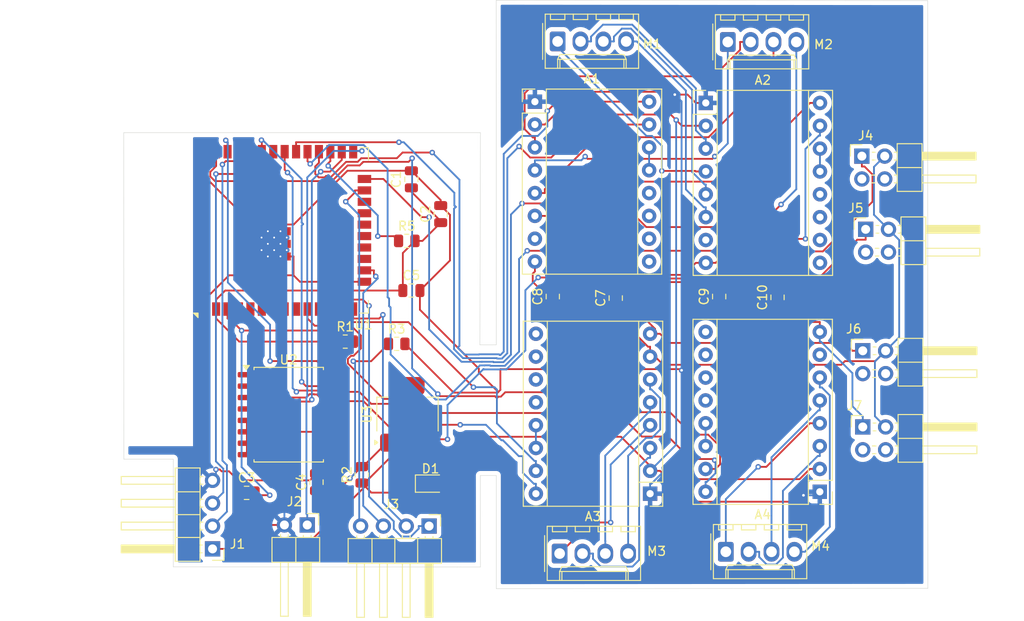
<source format=kicad_pcb>
(kicad_pcb (version 20241229) (generator "pcbnew") (generator_version "9.0")
  (layers (0 "F.Cu" signal) (2 "B.Cu" signal) (13 "F.Paste" user) (15 "B.Paste" user) (5 "F.SilkS" user "F.Silkscreen") (7 "B.SilkS" user "B.Silkscreen") (1 "F.Mask" user) (3 "B.Mask" user) (25 "Edge.Cuts" user))
  (net 0 "")
  (net 1 "Net-(A1-2B)")
  (net 2 "Net-(A1-VMOT)")
  (net 4 "Net-(A1-2A)")
  (net 5 "/VD33")
  (net 6 "Net-(A1-1A)")
  (net 7 "Net-(A1-~{RESET})")
  (net 8 "Net-(A1-1B)")
  (net 9 "/M2GND")
  (net 12 "/1017")
  (net 13 "/IO18")
  (net 15 "GND")
  (net 17 "Net-(A2-~{RESET})")
  (net 18 "/IO02")
  (net 20 "/VMOT")
  (net 22 "/IO05")
  (net 24 "Net-(A2-2B)")
  (net 25 "/M1GND")
  (net 26 "Net-(A2-2A)")
  (net 27 "Net-(A2-1B)")
  (net 28 "Net-(A2-1A)")
  (net 30 "Net-(A3-~{RESET})")
  (net 31 "Net-(A3-VMOT)")
  (net 32 "/IO19")
  (net 33 "Net-(A3-2B)")
  (net 34 "/IO26")
  (net 35 "Net-(A3-1A)")
  (net 36 "Net-(A3-1B)")
  (net 38 "Net-(A3-2A)")
  (net 40 "/M3GND")
  (net 42 "Net-(A4-1B)")
  (net 43 "/IO25")
  (net 44 "Net-(A4-VMOT)")
  (net 47 "Net-(A4-~{RESET})")
  (net 49 "Net-(A4-2B)")
  (net 50 "/IO23")
  (net 51 "Net-(A4-1A)")
  (net 52 "/M4GND")
  (net 53 "Net-(A4-2A)")
  (net 55 "/EN")
  (net 56 "Net-(U3-GND)")
  (net 57 "Net-(J1-Pin_2)")
  (net 58 "Net-(J1-Pin_3)")
  (net 59 "Net-(J2-Pin_1)")
  (net 60 "/IO13")
  (net 61 "/IO14")
  (net 62 "/IO12")
  (net 63 "/IO15")
  (net 72 "Net-(U1-IO16)")
  (net 75 "/I34")
  (net 76 "/IO04")
  (net 78 "/IO22")
  (net 79 "/I35")
  (net 80 "/I39")
  (net 84 "/IO27")
  (net 86 "/IO21")
  (net 89 "/I36")
  (footprint "Connector_PinHeader_2.54mm:PinHeader_1x04_P2.54mm_Horizontal" (layer "F.Cu") (at 180.94 101.44 -90)
    (property "Reference" "J3")
    (property "Value" "Conn_01x04")
  )
  (footprint "Package_SO:SOIC-16W_7.5x10.3mm_P1.27mm" (layer "F.Cu") (at 165.33 89.055)
    (property "Reference" "U2")
    (property "Value" "DS3231M")
  )
  (footprint "Resistor_SMD:R_0805_2012Metric" (layer "F.Cu") (at 177.3375 81.18)
    (property "Reference" "R3")
    (property "Value" "R")
  )
  (footprint "Capacitor_SMD:C_0805_2012Metric" (layer "F.Cu") (at 213.1955 75.9194 90)
    (property "Reference" "C9")
    (property "Value" "100uF")
  )
  (footprint "Diode_SMD:D_0805_2012Metric" (layer "F.Cu") (at 181.1025 96.72)
    (property "Reference" "D1")
    (property "Value" "D")
  )
  (footprint "Connector_PinHeader_2.54mm:PinHeader_2x02_P2.54mm_Horizontal" (layer "F.Cu") (at 229.1655 81.9494)
    (property "Reference" "J6")
    (property "Value" "Conn_02x02_Counter_Clockwise")
  )
  (footprint "Capacitor_SMD:C_0805_2012Metric" (layer "F.Cu") (at 160.65 97.75)
    (property "Reference" "C3")
    (property "Value" "1uF")
  )
  (footprint "Resistor_SMD:R_0805_2012Metric" (layer "F.Cu") (at 171.6175 80.93)
    (property "Reference" "R1")
    (property "Value" "10K")
  )
  (footprint "Connector_Molex:Molex_KK-254_AE-6410-04A_1x04_P2.54mm_Vertical" (layer "F.Cu") (at 195.2355 47.5494)
    (property "Reference" "M1")
    (property "Value" "Stepper_Motor_bipolar")
  )
  (footprint "Package_TO_SOT_SMD:SOT-223" (layer "F.Cu") (at 178.54 89.0175 90)
    (property "Reference" "U3")
    (property "Value" "AMS1117CD-3.3")
  )
  (footprint "RF_Module:ESP32-WROOM-32E" (layer "F.Cu") (at 161.25 68.56 90)
    (property "Reference" "U1")
    (property "Value" "ESP32-WROOM-32E")
  )
  (footprint "Capacitor_SMD:C_0805_2012Metric" (layer "F.Cu") (at 182.23 66.75 90)
    (property "Reference" "C2")
    (property "Value" "0.1uF")
  )
  (footprint "Connector_PinHeader_2.54mm:PinHeader_1x02_P2.54mm_Horizontal" (layer "F.Cu") (at 167.39 101.32 -90)
    (property "Reference" "J2")
    (property "Value" "Conn_01x02")
  )
  (footprint "Connector_PinHeader_2.54mm:PinHeader_2x02_P2.54mm_Horizontal" (layer "F.Cu") (at 229.1655 90.4194)
    (property "Reference" "J7")
    (property "Value" "Conn_02x02_Counter_Clockwise")
  )
  (footprint "Module:Pololu_Breakout-16_15.2x20.3mm" (layer "F.Cu") (at 205.5155 97.8394 180)
    (property "Reference" "A3")
    (property "Value" "Pololu_Breakout_A4988")
  )
  (footprint "Capacitor_SMD:C_0805_2012Metric" (layer "F.Cu") (at 194.6955 75.9194 90)
    (property "Reference" "C8")
    (property "Value" "100uF")
  )
  (footprint "Capacitor_SMD:C_0805_2012Metric" (layer "F.Cu") (at 178.97 62.88 90)
    (property "Reference" "C1")
    (property "Value" "22uF")
  )
  (footprint "Connector_PinHeader_2.54mm:PinHeader_2x02_P2.54mm_Horizontal" (layer "F.Cu") (at 229.0655 60.3044)
    (property "Reference" "J4")
    (property "Value" "Conn_02x02_Counter_Clockwise")
  )
  (footprint "Connector_PinHeader_2.54mm:PinHeader_2x02_P2.54mm_Horizontal" (layer "F.Cu") (at 229.4855 68.4444)
    (property "Reference" "J5")
    (property "Value" "Conn_02x02_Counter_Clockwise")
  )
  (footprint "Module:Pololu_Breakout-16_15.2x20.3mm" (layer "F.Cu") (at 224.3855 97.6294 180)
    (property "Reference" "A4")
    (property "Value" "Pololu_Breakout_A4988")
  )
  (footprint "Resistor_SMD:R_0805_2012Metric" (layer "F.Cu") (at 178.4575 69.73)
    (property "Reference" "R5")
    (property "Value" "10K")
  )
  (footprint "Connector_Molex:Molex_KK-254_AE-6410-04A_1x04_P2.54mm_Vertical" (layer "F.Cu") (at 214.1555 47.6094)
    (property "Reference" "M2")
    (property "Value" "Stepper_Motor_bipolar")
  )
  (footprint "Capacitor_SMD:C_0805_2012Metric" (layer "F.Cu") (at 168.42 96.56 90)
    (property "Reference" "C4")
    (property "Value" "10uF")
  )
  (footprint "Module:Pololu_Breakout-16_15.2x20.3mm" (layer "F.Cu") (at 192.7055 54.2494)
    (property "Reference" "A1")
    (property "Value" "Pololu_Breakout_A4988")
  )
  (footprint "Resistor_SMD:R_0805_2012Metric" (layer "F.Cu") (at 173.45 95.7425 90)
    (property "Reference" "R2")
    (property "Value" "R")
  )
  (footprint "Capacitor_SMD:C_0805_2012Metric" (layer "F.Cu") (at 201.6955 76.0894 90)
    (property "Reference" "C7")
    (property "Value" "100uF")
  )
  (footprint "Connector_Molex:Molex_KK-254_AE-6410-04A_1x04_P2.54mm_Vertical" (layer "F.Cu") (at 213.9355 104.2994)
    (property "Reference" "M4")
    (property "Value" "Stepper_Motor_bipolar")
  )
  (footprint "Capacitor_SMD:C_0805_2012Metric" (layer "F.Cu") (at 178.97 75.25)
    (property "Reference" "C5")
    (property "Value" "22uF")
  )
  (footprint "Connector_Molex:Molex_KK-254_AE-6410-04A_1x04_P2.54mm_Vertical" (layer "F.Cu") (at 195.4555 104.4994)
    (property "Reference" "M3")
    (property "Value" "Stepper_Motor_bipolar")
  )
  (footprint "Capacitor_SMD:C_0805_2012Metric" (layer "F.Cu") (at 219.6855 76.0094 90)
    (property "Reference" "C10")
    (property "Value" "100uF")
  )
  (footprint "Module:Pololu_Breakout-16_15.2x20.3mm" (layer "F.Cu") (at 211.7055 54.3894)
    (property "Reference" "A2")
    (property "Value" "Pololu_Breakout_A4988")
  )
  (footprint "Connector_PinHeader_2.54mm:PinHeader_1x04_P2.54mm_Horizontal" (layer "F.Cu") (at 156.86 103.98 180)
    (property "Reference" "J1")
    (property "Value" "Conn_01x04")
  )
  (gr_line (start 152.5 105.98) (end 184.07 105.99) (stroke (width 0.05)) (layer "Edge.Cuts"))
  (gr_line (start 188.4155 108.3994) (end 236.4055 108.3694) (stroke (width 0.05)) (layer "Edge.Cuts"))
  (gr_line (start 186.650055 105.991313) (end 184.07 105.99) (stroke (width 0.05)) (layer "Edge.Cuts"))
  (gr_line (start 147 94) (end 152.5 94) (stroke (width 0.05)) (layer "Edge.Cuts"))
  (gr_line (start 146.99 57.695) (end 147 94) (stroke (width 0.05)) (layer "Edge.Cuts"))
  (gr_line (start 188.4155 95.82) (end 188.4155 108.3994) (stroke (width 0.05)) (layer "Edge.Cuts"))
  (gr_line (start 186.650054 105.990301) (end 186.64 95.82) (stroke (width 0.05)) (layer "Edge.Cuts"))
  (gr_line (start 236.3855 43.0094) (end 188.40013 42.968011) (stroke (width 0.05)) (layer "Edge.Cuts"))
  (gr_line (start 186.650114 57.695602) (end 186.59 81.29) (stroke (width 0.05)) (layer "Edge.Cuts"))
  (gr_line (start 152.5 94) (end 152.5 105.98) (stroke (width 0.05)) (layer "Edge.Cuts"))
  (gr_line (start 188.4155 81.29) (end 186.59 81.29) (stroke (width 0.05)) (layer "Edge.Cuts"))
  (gr_line (start 186.650114 57.695602) (end 146.99 57.695) (stroke (width 0.05)) (layer "Edge.Cuts"))
  (gr_line (start 236.4055 108.3694) (end 236.3855 43.0094) (stroke (width 0.05)) (layer "Edge.Cuts"))
  (gr_line (start 186.64 95.82) (end 188.4155 95.82) (stroke (width 0.05)) (layer "Edge.Cuts"))
  (gr_line (start 188.40013 42.968011) (end 188.4155 81.29) (stroke (width 0.05)) (layer "Edge.Cuts"))
  (segment (start 192.7055 66.9494) (end 193.8072 66.9494) (width 0.2) (layer "F.Cu") (net 1))
  (segment (start 203.8475 66.9495) (end 205.0891 68.1911) (width 0.2) (layer "F.Cu") (net 1))
  (segment (start 193.8072 66.9494) (end 203.8475 66.9494) (width 0.2) (layer "F.Cu") (net 1))
  (segment (start 205.0891 68.1911) (end 217.5674 68.1911) (width 0.2) (layer "F.Cu") (net 1))
  (segment (start 203.8475 66.9494) (end 203.8475 66.9495) (width 0.2) (layer "F.Cu") (net 1))
  (segment (start 217.5674 68.1911) (end 220.0791 65.6794) (width 0.2) (layer "F.Cu") (net 1))
  (via (at 220.0791 65.6794) (size 0.6) (drill 0.3) (layers "F.Cu" "B.Cu") (net 1))
  (segment (start 221.7755 47.6094) (end 221.7755 63.983) (width 0.2) (layer "B.Cu") (net 1))
  (segment (start 221.7755 63.983) (end 220.0791 65.6794) (width 0.2) (layer "B.Cu") (net 1))
  (segment (start 214.0888 74.0761) (end 224.0696 74.0761) (width 0.2) (layer "F.Cu") (net 2))
  (segment (start 213.1955 74.9694) (end 212.1371 73.911) (width 0.2) (layer "F.Cu") (net 2))
  (segment (start 200.4676 74.1464) (end 200.3013 74.3127) (width 0.2) (layer "F.Cu") (net 2))
  (segment (start 198.8377 75.7763) (end 200.3013 74.3127) (width 0.2) (layer "F.Cu") (net 2))
  (segment (start 224.0696 74.0761) (end 228.5496 69.5961) (width 0.2) (layer "F.Cu") (net 2))
  (segment (start 228.5496 69.5961) (end 229.4855 69.5961) (width 0.2) (layer "F.Cu") (net 2))
  (segment (start 200.4676 74.1464) (end 200.3013 74.3127) (width 0.2) (layer "F.Cu") (net 2))
  (segment (start 192.4651 74.2804) (end 193.961 75.7763) (width 0.2) (layer "F.Cu") (net 2))
  (segment (start 192.7055 72.0294) (end 192.7055 73.1311) (width 0.2) (layer "F.Cu") (net 2))
  (segment (start 193.961 75.7763) (end 198.8377 75.7763) (width 0.2) (layer "F.Cu") (net 2))
  (segment (start 213.1955 74.9694) (end 214.0888 74.0761) (width 0.2) (layer "F.Cu") (net 2))
  (segment (start 200.703 73.911) (end 200.4676 74.1464) (width 0.2) (layer "F.Cu") (net 2))
  (segment (start 192.4651 73.3715) (end 192.4651 74.2804) (width 0.2) (layer "F.Cu") (net 2))
  (segment (start 229.4855 68.4444) (end 229.4855 69.5961) (width 0.2) (layer "F.Cu") (net 2))
  (segment (start 212.1371 73.911) (end 200.703 73.911) (width 0.2) (layer "F.Cu") (net 2))
  (segment (start 192.7055 73.1311) (end 192.4651 73.3715) (width 0.2) (layer "F.Cu") (net 2))
  (segment (start 199.5885 58.1994) (end 212.0162 58.1994) (width 0.2) (layer "F.Cu") (net 4))
  (segment (start 219.2355 50.9801) (end 219.2355 47.6094) (width 0.2) (layer "F.Cu") (net 4))
  (segment (start 193.8072 64.4094) (end 193.8072 63.9807) (width 0.2) (layer "F.Cu") (net 4))
  (segment (start 192.7055 64.4094) (end 193.8072 64.4094) (width 0.2) (layer "F.Cu") (net 4))
  (segment (start 212.0162 58.1994) (end 219.2355 50.9801) (width 0.2) (layer "F.Cu") (net 4))
  (segment (start 193.8072 63.9807) (end 199.5885 58.1994) (width 0.2) (layer "F.Cu") (net 4))
  (segment (start 205.5155 95.2994) (end 206.0664 95.2994) (width 0.2) (layer "F.Cu") (net 5))
  (segment (start 170.3816 87.5516) (end 173.6383 87.5516) (width 0.2) (layer "F.Cu") (net 5))
  (segment (start 207.5447 96.2269) (end 222.1463 96.2269) (width 0.2) (layer "F.Cu") (net 5))
  (segment (start 173.7771 96.655) (end 177.9893 92.4428) (width 0.2) (layer "F.Cu") (net 5))
  (segment (start 168.1507 86.7767) (end 167.6524 86.7767) (width 0.2) (layer "F.Cu") (net 5))
  (segment (start 173.45 96.655) (end 173.7771 96.655) (width 0.2) (layer "F.Cu") (net 5))
  (segment (start 179.37 69.73) (end 180.2 69.73) (width 0.2) (layer "F.Cu") (net 5))
  (segment (start 180.2 69.73) (end 182.23 67.7) (width 0.2) (layer "F.Cu") (net 5))
  (segment (start 157.26 78.3617) (end 159.8283 80.93) (width 0.2) (layer "F.Cu") (net 5))
  (segment (start 168.1822 86.8082) (end 168.1507 86.7767) (width 0.2) (layer "F.Cu") (net 5))
  (segment (start 157.26 77.31) (end 157.26 78.3617) (width 0.2) (layer "F.Cu") (net 5))
  (segment (start 177.9893 92.4428) (end 177.9893 92.1675) (width 0.2) (layer "F.Cu") (net 5))
  (segment (start 208.4138 56.2916) (end 207.8003 55.6781) (width 0.2) (layer "F.Cu") (net 5))
  (segment (start 194.9185 55.6781) (end 193.8072 56.7894) (width 0.2) (layer "F.Cu") (net 5))
  (segment (start 168.8147 87.15) (end 168.4729 86.8082) (width 0.2) (layer "F.Cu") (net 5))
  (segment (start 173.8255 97.0304) (end 166.8759 103.98) (width 0.2) (layer "F.Cu") (net 5))
  (segment (start 169.98 87.15) (end 168.8147 87.15) (width 0.2) (layer "F.Cu") (net 5))
  (segment (start 168.4729 86.8082) (end 168.1822 86.8082) (width 0.2) (layer "F.Cu") (net 5))
  (segment (start 162.0709 85.88) (end 160.68 85.88) (width 0.2) (layer "F.Cu") (net 5))
  (segment (start 173.6383 87.5516) (end 177.9892 91.9025) (width 0.2) (layer "F.Cu") (net 5))
  (segment (start 174.3852 97.5901) (end 174.3851 97.5901) (width 0.2) (layer "F.Cu") (net 5))
  (segment (start 173.8255 97.0304) (end 173.45 96.655) (width 0.2) (layer "F.Cu") (net 5))
  (segment (start 182.04 94.3416) (end 184.8688 91.5128) (width 0.2) (layer "F.Cu") (net 5))
  (segment (start 178.02 75.25) (end 158.2683 75.25) (width 0.2) (layer "F.Cu") (net 5))
  (segment (start 166.8759 103.98) (end 156.86 103.98) (width 0.2) (layer "F.Cu") (net 5))
  (segment (start 159.8283 80.93) (end 162.0709 80.93) (width 0.2) (layer "F.Cu") (net 5))
  (segment (start 222.1463 96.2269) (end 223.2838 95.0894) (width 0.2) (layer "F.Cu") (net 5))
  (segment (start 178.02 75.25) (end 178.02 71.08) (width 0.2) (layer "F.Cu") (net 5))
  (segment (start 184.8688 91.5128) (end 202.2798 91.5128) (width 0.2) (layer "F.Cu") (net 5))
  (segment (start 206.6172 95.2994) (end 207.5447 96.2269) (width 0.2) (layer "F.Cu") (net 5))
  (segment (start 177.9892 91.9025) (end 177.9893 91.9025) (width 0.2) (layer "F.Cu") (net 5))
  (segment (start 158.2683 75.25) (end 157.26 76.2583) (width 0.2) (layer "F.Cu") (net 5))
  (segment (start 167.6524 86.7767) (end 167.282 87.1471) (width 0.2) (layer "F.Cu") (net 5))
  (segment (start 167.282 87.1471) (end 163.338 87.1471) (width 0.2) (layer "F.Cu") (net 5))
  (segment (start 182.23 67.7) (end 182.23 67.5273) (width 0.2) (layer "F.Cu") (net 5))
  (segment (start 178.02 71.08) (end 179.37 69.73) (width 0.2) (layer "F.Cu") (net 5))
  (segment (start 211.7055 56.9294) (end 210.7047 56.9294) (width 0.2) (layer "F.Cu") (net 5))
  (segment (start 174.5194 97.7243) (end 174.3852 97.5901) (width 0.2) (layer "F.Cu") (net 5))
  (segment (start 192.7055 56.7894) (end 193.8072 56.7894) (width 0.2) (layer "F.Cu") (net 5))
  (segment (start 157.26 77.31) (end 157.26 76.2583) (width 0.2) (layer "F.Cu") (net 5))
  (segment (start 162.0709 80.93) (end 170.705 80.93) (width 0.2) (layer "F.Cu") (net 5))
  (segment (start 206.0664 95.2994) (end 206.6172 95.2994) (width 0.2) (layer "F.Cu") (net 5))
  (segment (start 174.3851 97.5901) (end 173.8255 97.0304) (width 0.2) (layer "F.Cu") (net 5))
  (segment (start 177.9893 91.9025) (end 177.9893 92.1675) (width 0.2) (layer "F.Cu") (net 5))
  (segment (start 162.0709 85.88) (end 162.0709 80.93) (width 0.2) (layer "F.Cu") (net 5))
  (segment (start 169.98 87.15) (end 170.3816 87.5516) (width 0.2) (layer "F.Cu") (net 5))
  (segment (start 182.23 67.5273) (end 178.97 64.2673) (width 0.2) (layer "F.Cu") (net 5))
  (segment (start 207.8003 55.6781) (end 194.9185 55.6781) (width 0.2) (layer "F.Cu") (net 5))
  (segment (start 182.04 96.72) (end 182.04 94.3416) (width 0.2) (layer "F.Cu") (net 5))
  (segment (start 209.0516 56.9294) (end 208.4138 56.2916) (width 0.2) (layer "F.Cu") (net 5))
  (segment (start 210.7047 56.9294) (end 209.0516 56.9294) (width 0.2) (layer "F.Cu") (net 5))
  (segment (start 202.2798 91.5128) (end 206.0664 95.2994) (width 0.2) (layer "F.Cu") (net 5))
  (segment (start 224.3855 95.0894) (end 223.2838 95.0894) (width 0.2) (layer "F.Cu") (net 5))
  (segment (start 182.04 96.72) (end 181.0357 97.7243) (width 0.2) (layer "F.Cu") (net 5))
  (segment (start 177.9893 92.1675) (end 178.54 92.1675) (width 0.2) (layer "F.Cu") (net 5))
  (segment (start 178.97 64.2673) (end 178.97 63.83) (width 0.2) (layer "F.Cu") (net 5))
  (segment (start 181.0357 97.7243) (end 174.5194 97.7243) (width 0.2) (layer "F.Cu") (net 5))
  (segment (start 163.338 87.1471) (end 162.0709 85.88) (width 0.2) (layer "F.Cu") (net 5))
  (via (at 208.4138 56.2916) (size 0.6) (drill 0.3) (layers "F.Cu" "B.Cu") (net 5))
  (segment (start 205.5155 95.2994) (end 208.4138 92.4011) (width 0.2) (layer "B.Cu") (net 5))
  (segment (start 208.4138 92.4011) (end 208.4138 56.2916) (width 0.2) (layer "B.Cu") (net 5))
  (segment (start 212.7018 60.3423) (end 212.4376 60.6065) (width 0.2) (layer "F.Cu") (net 6))
  (segment (start 198.5544 60.6065) (end 198.2933 60.3454) (width 0.2) (layer "F.Cu") (net 6))
  (segment (start 212.4376 60.6065) (end 198.5544 60.6065) (width 0.2) (layer "F.Cu") (net 6))
  (via (at 198.2933 60.3454) (size 0.6) (drill 0.3) (layers "F.Cu" "B.Cu") (net 6))
  (via (at 212.7018 60.3423) (size 0.6) (drill 0.3) (layers "F.Cu" "B.Cu") (net 6))
  (segment (start 192.7055 61.8694) (end 192.7055 60.7677) (width 0.2) (layer "B.Cu") (net 6))
  (segment (start 192.7055 60.7677) (end 197.871 60.7677) (width 0.2) (layer "B.Cu") (net 6))
  (segment (start 214.1555 58.8886) (end 212.7018 60.3423) (width 0.2) (layer "B.Cu") (net 6))
  (segment (start 214.1555 47.6094) (end 214.1555 58.8886) (width 0.2) (layer "B.Cu") (net 6))
  (segment (start 197.871 60.7677) (end 198.2933 60.3454) (width 0.2) (layer "B.Cu") (net 6))
  (segment (start 205.4055 61.8694) (end 205.4055 59.3294) (width 0.2) (layer "B.Cu") (net 7))
  (segment (start 215.5238 47.6094) (end 215.5238 48.4882) (width 0.2) (layer "F.Cu") (net 8))
  (segment (start 215.5238 48.4882) (end 212.5845 51.4275) (width 0.2) (layer "F.Cu") (net 8))
  (segment (start 193.4576 51.4275) (end 191.5662 53.3189) (width 0.2) (layer "F.Cu") (net 8))
  (segment (start 216.6955 47.6094) (end 215.5238 47.6094) (width 0.2) (layer "F.Cu") (net 8))
  (segment (start 192.4772 58.2277) (end 192.7055 58.2277) (width 0.2) (layer "F.Cu") (net 8))
  (segment (start 191.5662 53.3189) (end 191.5662 57.3167) (width 0.2) (layer "F.Cu") (net 8))
  (segment (start 192.7055 59.3294) (end 192.7055 58.2277) (width 0.2) (layer "F.Cu") (net 8))
  (segment (start 191.5662 57.3167) (end 192.4772 58.2277) (width 0.2) (layer "F.Cu") (net 8))
  (segment (start 212.5845 51.4275) (end 193.4576 51.4275) (width 0.2) (layer "F.Cu") (net 8))
  (segment (start 168.69 59.81) (end 168.69 60.8617) (width 0.2) (layer "F.Cu") (net 12))
  (segment (start 181.2867 59.9031) (end 177.9916 59.9031) (width 0.2) (layer "F.Cu") (net 12))
  (segment (start 173.3986 60.538) (end 173.3986 60.5381) (width 0.2) (layer "F.Cu") (net 12))
  (segment (start 177.9916 59.9031) (end 177.3567 60.538) (width 0.2) (layer "F.Cu") (net 12))
  (segment (start 168.2804 62.2779) (end 168.2804 61.4517) (width 0.2) (layer "F.Cu") (net 12))
  (segment (start 172.9985 60.9382) (end 171.713 60.9382) (width 0.2) (layer "F.Cu") (net 12))
  (segment (start 205.4055 54.2494) (end 195.1309 54.2494) (width 0.2) (layer "F.Cu") (net 12))
  (segment (start 171.713 60.9382) (end 169.9781 62.6731) (width 0.2) (layer "F.Cu") (net 12))
  (segment (start 195.1309 54.2494) (end 194.0913 55.289) (width 0.2) (layer "F.Cu") (net 12))
  (segment (start 169.9781 62.6731) (end 169.8955 62.6731) (width 0.2) (layer "F.Cu") (net 12))
  (segment (start 173.3986 60.5381) (end 172.9985 60.9382) (width 0.2) (layer "F.Cu") (net 12))
  (segment (start 168.6701 62.6676) (end 168.2804 62.2779) (width 0.2) (layer "F.Cu") (net 12))
  (segment (start 169.477 62.5144) (end 169.3238 62.6676) (width 0.2) (layer "F.Cu") (net 12))
  (segment (start 169.7368 62.5144) (end 169.477 62.5144) (width 0.2) (layer "F.Cu") (net 12))
  (segment (start 168.69 61.0421) (end 168.69 60.8617) (width 0.2) (layer "F.Cu") (net 12))
  (segment (start 169.3238 62.6676) (end 168.6701 62.6676) (width 0.2) (layer "F.Cu") (net 12))
  (segment (start 169.8955 62.6731) (end 169.7368 62.5144) (width 0.2) (layer "F.Cu") (net 12))
  (segment (start 168.2804 61.4517) (end 168.69 61.0421) (width 0.2) (layer "F.Cu") (net 12))
  (segment (start 177.3567 60.538) (end 173.3986 60.538) (width 0.2) (layer "F.Cu") (net 12))
  (via (at 194.0913 55.289) (size 0.6) (drill 0.3) (layers "F.Cu" "B.Cu") (net 12))
  (via (at 181.2867 59.9031) (size 0.6) (drill 0.3) (layers "F.Cu" "B.Cu") (net 12))
  (segment (start 191.2391 58.0594) (end 189.2376 60.0609) (width 0.2) (layer "B.Cu") (net 12))
  (segment (start 188.8731 82.4165) (end 188.7865 82.4165) (width 0.2) (layer "B.Cu") (net 12))
  (segment (start 189.2376 82.052) (end 188.8731 82.4165) (width 0.2) (layer "B.Cu") (net 12))
  (segment (start 184.3158 81.4025) (end 184.3158 62.9322) (width 0.2) (layer "B.Cu") (net 12))
  (segment (start 188.71 82.34) (end 186.5047 82.34) (width 0.2) (layer "B.Cu") (net 12))
  (segment (start 194.0913 56.9973) (end 193.0292 58.0594) (width 0.2) (layer "B.Cu") (net 12))
  (segment (start 186.4776 82.3671) (end 184.8804 82.3671) (width 0.2) (layer "B.Cu") (net 12))
  (segment (start 186.5047 82.34) (end 186.4776 82.3671) (width 0.2) (layer "B.Cu") (net 12))
  (segment (start 189.2376 60.0609) (end 189.2376 82.052) (width 0.2) (layer "B.Cu") (net 12))
  (segment (start 188.7865 82.4165) (end 188.71 82.34) (width 0.2) (layer "B.Cu") (net 12))
  (segment (start 184.1571 81.5612) (end 184.3158 81.4025) (width 0.2) (layer "B.Cu") (net 12))
  (segment (start 194.0913 55.289) (end 194.0913 56.9973) (width 0.2) (layer "B.Cu") (net 12))
  (segment (start 184.1571 81.6438) (end 184.1571 81.5612) (width 0.2) (layer "B.Cu") (net 12))
  (segment (start 193.0292 58.0594) (end 191.2391 58.0594) (width 0.2) (layer "B.Cu") (net 12))
  (segment (start 184.3158 62.9322) (end 181.2867 59.9031) (width 0.2) (layer "B.Cu") (net 12))
  (segment (start 184.8804 82.3671) (end 184.1571 81.6438) (width 0.2) (layer "B.Cu") (net 12))
  (segment (start 194.5152 60.4586) (end 192.179 60.4586) (width 0.2) (layer "F.Cu") (net 13))
  (segment (start 205.4055 56.7894) (end 198.1844 56.7894) (width 0.2) (layer "F.Cu") (net 13))
  (segment (start 192.179 60.4586) (end 190.9477 59.2273) (width 0.2) (layer "F.Cu") (net 13))
  (segment (start 198.1844 56.7894) (end 194.5152 60.4586) (width 0.2) (layer "F.Cu") (net 13))
  (segment (start 166.15 59.81) (end 166.15 58.7583) (width 0.2) (layer "F.Cu") (net 13))
  (segment (start 166.15 58.7583) (end 177.5859 58.7583) (width 0.2) (layer "F.Cu") (net 13))
  (via (at 177.5859 58.7583) (size 0.6) (drill 0.3) (layers "F.Cu" "B.Cu") (net 13))
  (via (at 190.9477 59.2273) (size 0.6) (drill 0.3) (layers "F.Cu" "B.Cu") (net 13))
  (segment (start 184.7141 82.7688) (end 183.7141 81.7688) (width 0.2) (layer "B.Cu") (net 13))
  (segment (start 188.4688 82.7688) (end 184.7141 82.7688) (width 0.2) (layer "B.Cu") (net 13))
  (segment (start 183.7493 64.3876) (end 183.7493 65.7868) (width 0.2) (layer "B.Cu") (net 13))
  (segment (start 177.5859 58.7583) (end 178.12 58.7583) (width 0.2) (layer "B.Cu") (net 13))
  (segment (start 183.7493 65.7868) (end 183.9141 65.9516) (width 0.2) (layer "B.Cu") (net 13))
  (segment (start 190.9477 59.2273) (end 189.6393 60.5357) (width 0.2) (layer "B.Cu") (net 13))
  (segment (start 189.0394 82.8182) (end 188.5182 82.8182) (width 0.2) (layer "B.Cu") (net 13))
  (segment (start 183.7141 81.7688) (end 183.7141 66.1516) (width 0.2) (layer "B.Cu") (net 13))
  (segment (start 189.6393 82.2183) (end 189.0394 82.8182) (width 0.2) (layer "B.Cu") (net 13))
  (segment (start 189.6393 60.5357) (end 189.6393 82.2183) (width 0.2) (layer "B.Cu") (net 13))
  (segment (start 183.7493 65.7868) (end 183.9141 65.9516) (width 0.2) (layer "B.Cu") (net 13))
  (segment (start 183.7141 66.1516) (end 183.9141 65.9516) (width 0.2) (layer "B.Cu") (net 13))
  (segment (start 178.12 58.7583) (end 183.7493 64.3876) (width 0.2) (layer "B.Cu") (net 13))
  (segment (start 188.5182 82.8182) (end 188.4688 82.7688) (width 0.2) (layer "B.Cu") (net 13))
  (segment (start 192.7055 54.2494) (end 193.8072 54.2494) (width 0.2) (layer "F.Cu") (net 15))
  (segment (start 155.99 76.2583) (end 158.6933 73.555) (width 0.2) (layer "F.Cu") (net 15))
  (segment (start 206.6172 97.8394) (end 207.5089 98.7311) (width 0.2) (layer "F.Cu") (net 15))
  (segment (start 169.98 89.69) (end 169.98 90.96) (width 0.2) (layer "F.Cu") (net 15))
  (segment (start 165.11 71.46) (end 164.41 71.46) (width 0.2) (layer "F.Cu") (net 15))
  (segment (start 162.31 71.46) (end 163.01 71.46) (width 0.2) (layer "F.Cu") (net 15))
  (segment (start 165.11 71.46) (end 165.8617 71.46) (width 0.2) (layer "F.Cu") (net 15))
  (segment (start 155.99 62.5816) (end 161.3167 67.9083) (width 0.2) (layer "F.Cu") (net 15))
  (segment (start 186.4713 83.9423) (end 186.4713 84.3713) (width 0.2) (layer "F.Cu") (net 15))
  (segment (start 160.68 93.5) (end 160.68 92.23) (width 0.2) (layer "F.Cu") (net 15))
  (segment (start 163.71 68.66) (end 163.01 68.66) (width 0.2) (layer "F.Cu") (net 15))
  (segment (start 162.31 69.36) (end 163.71 69.36) (width 0.2) (layer "F.Cu") (net 15))
  (segment (start 165.11 68.66) (end 164.41 68.66) (width 0.2) (layer "F.Cu") (net 15))
  (segment (start 211.7055 54.3894) (end 210.6038 54.3894) (width 0.2) (layer "F.Cu") (net 15))
  (segment (start 167.67 96.36) (end 168.42 95.61) (width 0.2) (layer "F.Cu") (net 15))
  (segment (start 188.63165 86.53165) (end 188.8668 86.2965) (width 0.2) (layer "F.Cu") (net 15))
  (segment (start 160.68 92.23) (end 160.68 90.96) (width 0.2) (layer "F.Cu") (net 15))
  (segment (start 157.26 95.15) (end 157.67 95.15) (width 0.2) (layer "F.Cu") (net 15))
  (segment (start 157.87 95.35) (end 158.69 95.35) (width 0.2) (layer "F.Cu") (net 15))
  (segment (start 160.68 89.69) (end 160.68 90.96) (width 0.2) (layer "F.Cu") (net 15))
  (segment (start 183.26 66.83) (end 182.23 65.8) (width 0.2) (layer "F.Cu") (net 15))
  (segment (start 163.71 68.66) (end 164.41 68.66) (width 0.2) (layer "F.Cu") (net 15))
  (segment (start 162.31 70.06) (end 163.01 70.06) (width 0.2) (layer "F.Cu") (net 15))
  (segment (start 178.25 81.18) (end 183.6696 86.5996) (width 0.2) (layer "F.Cu") (net 15))
  (segment (start 207.9442 53.1477) (end 194.9089 53.1477) (width 0.2) (layer "F.Cu") (net 15))
  (segment (start 166.5817 74.275) (end 165.8617 73.555) (width 0.2) (layer "F.Cu") (net 15))
  (segment (start 158.69 95.35) (end 159.7 96.36) (width 0.2) (layer "F.Cu") (net 15))
  (segment (start 179.92 75.25) (end 183.26 71.91) (width 0.2) (layer "F.Cu") (net 15))
  (segment (start 222.1821 98.7311) (end 222.62 98.2932) (width 0.2) (layer "F.Cu") (net 15))
  (segment (start 159.7 96.36) (end 159.7 97.75) (width 0.2) (layer "F.Cu") (net 15))
  (segment (start 222.62 98.2932) (end 222.62 97.99) (width 0.2) (layer "F.Cu") (net 15))
  (segment (start 160.68 90.96) (end 169.98 90.96) (width 0.2) (layer "F.Cu") (net 15))
  (segment (start 155.99 77.31) (end 155.99 76.2583) (width 0.2) (layer "F.Cu") (net 15))
  (segment (start 205.5155 97.8394) (end 206.6172 97.8394) (width 0.2) (layer "F.Cu") (net 15))
  (segment (start 161.3167 67.9083) (end 162.31 67.9083) (width 0.2) (layer "F.Cu") (net 15))
  (segment (start 171.8572 61.93) (end 178.97 61.93) (width 0.2) (layer "F.Cu") (net 15))
  (segment (start 155.99 60.8617) (end 155.99 62.5816) (width 0.2) (layer "F.Cu") (net 15))
  (segment (start 162.31 67.9083) (end 165.8789 67.9083) (width 0.2) (layer "F.Cu") (net 15))
  (segment (start 165.11 70.06) (end 164.41 70.06) (width 0.2) (layer "F.Cu") (net 15))
  (segment (start 208.8876 83.9917) (end 188.8668 83.9917) (width 0.2) (layer "F.Cu") (net 15))
  (segment (start 183.6696 86.5996) (end 188.4649 86.5996) (width 0.2) (layer "F.Cu") (net 15))
  (segment (start 208.2601 53.4636) (end 207.9442 53.1477) (width 0.2) (layer "F.Cu") (net 15))
  (segment (start 169.98 92.23) (end 169.98 93.5) (width 0.2) (layer "F.Cu") (net 15))
  (segment (start 164.85 101.32) (end 163.27 101.32) (width 0.2) (layer "F.Cu") (net 15))
  (segment (start 186.4713 84.3713) (end 188.63165 86.53165) (width 0.2) (layer "F.Cu") (net 15))
  (segment (start 162.31 68.66) (end 163.01 68.66) (width 0.2) (layer "F.Cu") (net 15))
  (segment (start 210.6038 54.3894) (end 209.678 53.4636) (width 0.2) (layer "F.Cu") (net 15))
  (segment (start 169.98 94.05) (end 169.98 93.5) (width 0.2) (layer "F.Cu") (net 15))
  (segment (start 165.8789 67.9083) (end 171.8572 61.93) (width 0.2) (layer "F.Cu") (net 15))
  (segment (start 188.4649 86.5996) (end 188.5143 86.649) (width 0.2) (layer "F.Cu") (net 15))
  (segment (start 165.11 69.36) (end 163.71 69.36) (width 0.2) (layer "F.Cu") (net 15))
  (segment (start 163.27 101.32) (end 159.7 97.75) (width 0.2) (layer "F.Cu") (net 15))
  (segment (start 183.26 71.91) (end 183.26 66.83) (width 0.2) (layer "F.Cu") (net 15))
  (segment (start 186.4713 83.9423) (end 179.92 77.391) (width 0.2) (layer "F.Cu") (net 15))
  (segment (start 178.97 61.93) (end 182.23 65.19) (width 0.2) (layer "F.Cu") (net 15))
  (segment (start 165.8617 73.555) (end 165.8617 71.46) (width 0.2) (layer "F.Cu") (net 15))
  (segment (start 169.98 92.23) (end 169.98 90.96) (width 0.2) (layer "F.Cu") (net 15))
  (segment (start 157.67 95.15) (end 157.87 95.35) (width 0.2) (layer "F.Cu") (net 15))
  (segment (start 164.41 71.46) (end 163.71 71.46) (width 0.2) (layer "F.Cu") (net 15))
  (segment (start 194.9089 53.1477) (end 193.8072 54.2494) (width 0.2) (layer "F.Cu") (net 15))
  (segment (start 209.678 53.4636) (end 208.2601 53.4636) (width 0.2) (layer "F.Cu") (net 15))
  (segment (start 157.26 95.15) (end 157.24 95.15) (width 0.2) (layer "F.Cu") (net 15))
  (segment (start 155.99 59.81) (end 155.99 60.8617) (width 0.2) (layer "F.Cu") (net 15))
  (segment (start 179.92 77.391) (end 179.92 75.25) (width 0.2) (layer "F.Cu") (net 15))
  (segment (start 162.31 68.66) (end 162.31 67.9083) (width 0.2) (layer "F.Cu") (net 15))
  (segment (start 222.62 97.99) (end 222.6 97.99) (width 0.2) (layer "F.Cu") (net 15))
  (segment (start 158.6933 73.555) (end 165.8617 73.555) (width 0.2) (layer "F.Cu") (net 15))
  (segment (start 207.5089 98.7311) (end 222.1821 98.7311) (width 0.2) (layer "F.Cu") (net 15))
  (segment (start 222.6 97.99) (end 222.57 98.02) (width 0.2) (layer "F.Cu") (net 15))
  (segment (start 163.71 70.06) (end 163.01 70.06) (width 0.2) (layer "F.Cu") (net 15))
  (segment (start 159.7 96.36) (end 167.67 96.36) (width 0.2) (layer "F.Cu") (net 15))
  (segment (start 163.71 70.06) (end 164.41 70.06) (width 0.2) (layer "F.Cu") (net 15))
  (segment (start 169.98 88.42) (end 169.98 89.69) (width 0.2) (layer "F.Cu") (net 15))
  (segment (start 173.75 74.275) (end 166.5817 74.275) (width 0.2) (layer "F.Cu") (net 15))
  (segment (start 209.0156 84.1197) (end 208.8876 83.9917) (width 0.2) (layer "F.Cu") (net 15))
  (segment (start 168.42 95.61) (end 169.98 94.05) (width 0.2) (layer "F.Cu") (net 15))
  (segment (start 188.5143 86.649) (end 188.63165 86.53165) (width 0.2) (layer "F.Cu") (net 15))
  (segment (start 188.8668 86.2965) (end 188.8668 83.9917) (width 0.2) (layer "F.Cu") (net 15))
  (segment (start 182.23 65.19) (end 182.23 65.8) (width 0.2) (layer "F.Cu") (net 15))
  (via (at 222.57 98.02) (size 0.6) (drill 0.3) (layers "F.Cu" "B.Cu") (net 15))
  (via (at 209.0156 84.1197) (size 0.6) (drill 0.3) (layers "F.Cu" "B.Cu") (net 15))
  (via (at 157.24 95.15) (size 0.6) (drill 0.3) (layers "F.Cu" "B.Cu") (net 15))
  (via (at 208.2601 53.4636) (size 0.6) (drill 0.3) (layers "F.Cu" "B.Cu") (net 15))
  (segment (start 209.0156 84.1197) (end 209.0156 54.2191) (width 0.2) (layer "B.Cu") (net 15))
  (segment (start 165.11 69.36) (end 165.11 70.76) (width 0.2) (layer "B.Cu") (net 15))
  (segment (start 163.01 68.66) (end 163.01 70.06) (width 0.2) (layer "B.Cu") (net 15))
  (segment (start 165.11 70.76) (end 164.41 71.46) (width 0.2) (layer "B.Cu") (net 15))
  (segment (start 157.24 95.98) (end 156.86 96.36) (width 0.2) (layer "B.Cu") (net 15))
  (segment (start 157.24 95.15) (end 157.24 95.98) (width 0.2) (layer "B.Cu") (net 15))
  (segment (start 222.57 98.02) (end 223.9949 98.02) (width 0.2) (layer "B.Cu") (net 15))
  (segment (start 223.9949 98.02) (end 224.3855 97.6294) (width 0.2) (layer "B.Cu") (net 15))
  (segment (start 205.5155 97.8394) (end 205.5155 96.7377) (width 0.2) (layer "B.Cu") (net 15))
  (segment (start 209.0156 54.2191) (end 208.2601 53.4636) (width 0.2) (layer "B.Cu") (net 15))
  (segment (start 209.0156 93.3753) (end 209.0156 84.1197) (width 0.2) (layer "B.Cu") (net 15))
  (segment (start 162.31 70.76) (end 162.31 69.36) (width 0.2) (layer "B.Cu") (net 15))
  (segment (start 164.85 101.32) (end 164.85 71.9) (width 0.2) (layer "B.Cu") (net 15))
  (segment (start 205.5155 96.7377) (end 205.6532 96.7377) (width 0.2) (layer "B.Cu") (net 15))
  (segment (start 164.41 70.06) (end 164.41 71.46) (width 0.2) (layer "B.Cu") (net 15))
  (segment (start 164.85 71.9) (end 164.41 71.46) (width 0.2) (layer "B.Cu") (net 15))
  (segment (start 163.71 70.76) (end 163.71 69.36) (width 0.2) (layer "B.Cu") (net 15))
  (segment (start 205.6532 96.7377) (end 209.0156 93.3753) (width 0.2) (layer "B.Cu") (net 15))
  (segment (start 224.4055 62.0094) (end 224.4055 59.4694) (width 0.2) (layer "B.Cu") (net 17))
  (segment (start 224.4055 54.3894) (end 223.3038 54.3894) (width 0.2) (layer "F.Cu") (net 18))
  (segment (start 191.273 65.5651) (end 191.273 65.565) (width 0.2) (layer "F.Cu") (net 18))
  (segment (start 214.5538 63.1394) (end 223.3038 54.3894) (width 0.2) (layer "F.Cu") (net 18))
  (segment (start 191.273 65.565) (end 193.8625 65.565) (width 0.2) (layer "F.Cu") (net 18))
  (segment (start 175.8522 62.845) (end 173.75 62.845) (width 0.2) (layer "F.Cu") (net 18))
  (segment (start 196.2881 63.1394) (end 214.5538 63.1394) (width 0.2) (layer "F.Cu") (net 18))
  (segment (start 180.9453 67.0935) (end 180.1007 67.0935) (width 0.2) (layer "F.Cu") (net 18))
  (segment (start 180.1007 67.0935) (end 175.8522 62.845) (width 0.2) (layer "F.Cu") (net 18))
  (segment (start 193.8625 65.565) (end 196.2881 63.1394) (width 0.2) (layer "F.Cu") (net 18))
  (via (at 191.273 65.5651) (size 0.6) (drill 0.3) (layers "F.Cu" "B.Cu") (net 18))
  (via (at 180.9453 67.0935) (size 0.6) (drill 0.3) (layers "F.Cu" "B.Cu") (net 18))
  (segment (start 186.8119 83.1688) (end 186.8102 83.1705) (width 0.2) (layer "B.Cu") (net 18))
  (segment (start 180.9453 79.568) (end 184.5478 83.1705) (width 0.2) (layer "B.Cu") (net 18))
  (segment (start 189.2057 83.2199) (end 188.1111 83.2199) (width 0.2) (layer "B.Cu") (net 18))
  (segment (start 184.5478 83.1705) (end 186.8102 83.1705) (width 0.2) (layer "B.Cu") (net 18))
  (segment (start 188.06 83.1688) (end 186.8119 83.1688) (width 0.2) (layer "B.Cu") (net 18))
  (segment (start 190.041 66.7971) (end 191.273 65.5651) (width 0.2) (layer "B.Cu") (net 18))
  (segment (start 190.041 82.3846) (end 190.041 66.7971) (width 0.2) (layer "B.Cu") (net 18))
  (segment (start 188.1111 83.2199) (end 188.06 83.1688) (width 0.2) (layer "B.Cu") (net 18))
  (segment (start 189.2057 83.2199) (end 190.041 82.3846) (width 0.2) (layer "B.Cu") (net 18))
  (segment (start 180.9453 67.0935) (end 180.9453 79.568) (width 0.2) (layer "B.Cu") (net 18))
  (segment (start 180.84 92.1675) (end 180.84 96.045) (width 0.2) (layer "F.Cu") (net 20))
  (segment (start 230.244 62.3467) (end 230.244 65.3731) (width 0.2) (layer "F.Cu") (net 20))
  (segment (start 181.2137 91.7938) (end 180.84 92.1675) (width 0.2) (layer "F.Cu") (net 20))
  (segment (start 224.7177 70.8994) (end 214.0772 70.8994) (width 0.2) (layer "F.Cu") (net 20))
  (segment (start 194.6955 73.8016) (end 193.0668 73.8016) (width 0.2) (layer "F.Cu") (net 20))
  (segment (start 211.7055 72.1694) (end 210.6038 72.1694) (width 0.2) (layer "F.Cu") (net 20))
  (segment (start 229.0655 60.3044) (end 229.0655 61.4561) (width 0.2) (layer "F.Cu") (net 20))
  (segment (start 214.0772 70.8994) (end 212.8072 72.1694) (width 0.2) (layer "F.Cu") (net 20))
  (segment (start 229.3534 61.4561) (end 230.244 62.3467) (width 0.2) (layer "F.Cu") (net 20))
  (segment (start 229.0655 61.4561) (end 229.3534 61.4561) (width 0.2) (layer "F.Cu") (net 20))
  (segment (start 230.244 65.3731) (end 224.7177 70.8994) (width 0.2) (layer "F.Cu") (net 20))
  (segment (start 210.6038 72.1694) (end 209.2639 73.5093) (width 0.2) (layer "F.Cu") (net 20))
  (segment (start 194.9878 73.5093) (end 194.6955 73.8016) (width 0.2) (layer "F.Cu") (net 20))
  (segment (start 180.84 96.045) (end 180.165 96.72) (width 0.2) (layer "F.Cu") (net 20))
  (segment (start 194.6955 73.8016) (end 194.6955 74.9694) (width 0.2) (layer "F.Cu") (net 20))
  (segment (start 209.2639 73.5093) (end 194.9878 73.5093) (width 0.2) (layer "F.Cu") (net 20))
  (segment (start 182.9895 91.7938) (end 181.2137 91.7938) (width 0.2) (layer "F.Cu") (net 20))
  (segment (start 211.7055 72.1694) (end 212.8072 72.1694) (width 0.2) (layer "F.Cu") (net 20))
  (via (at 193.0668 73.8016) (size 0.6) (drill 0.3) (layers "F.Cu" "B.Cu") (net 20))
  (via (at 182.9895 91.7938) (size 0.6) (drill 0.3) (layers "F.Cu" "B.Cu") (net 20))
  (segment (start 186.9936 83.9739) (end 182.9895 87.978) (width 0.2) (layer "B.Cu") (net 20))
  (segment (start 191.647 81.9146) (end 189.5383 84.0233) (width 0.2) (layer "B.Cu") (net 20))
  (segment (start 187.043 84.0233) (end 186.9936 83.9739) (width 0.2) (layer "B.Cu") (net 20))
  (segment (start 191.647 75.2214) (end 191.647 81.9146) (width 0.2) (layer "B.Cu") (net 20))
  (segment (start 189.5383 84.0233) (end 187.043 84.0233) (width 0.2) (layer "B.Cu") (net 20))
  (segment (start 193.0668 73.8016) (end 191.647 75.2214) (width 0.2) (layer "B.Cu") (net 20))
  (segment (start 182.9895 87.978) (end 182.9895 91.7938) (width 0.2) (layer "B.Cu") (net 20))
  (segment (start 167.42 60.8718) (end 167.42 59.81) (width 0.2) (layer "F.Cu") (net 22))
  (segment (start 214.3438 69.5072) (end 213.0225 70.8285) (width 0.2) (layer "F.Cu") (net 22))
  (segment (start 191.849 70.8285) (end 191.849 70.8286) (width 0.2) (layer "F.Cu") (net 22))
  (segment (start 213.0225 70.8285) (end 191.849 70.8285) (width 0.2) (layer "F.Cu") (net 22))
  (segment (start 222.788 69.5072) (end 214.3438 69.5072) (width 0.2) (layer "F.Cu") (net 22))
  (segment (start 167.7147 61.1665) (end 167.42 60.8718) (width 0.2) (layer "F.Cu") (net 22))
  (via (at 222.788 69.5072) (size 0.6) (drill 0.3) (layers "F.Cu" "B.Cu") (net 22))
  (via (at 167.7147 61.1665) (size 0.6) (drill 0.3) (layers "F.Cu" "B.Cu") (net 22))
  (via (at 191.849 70.8286) (size 0.6) (drill 0.3) (layers "F.Cu" "B.Cu") (net 22))
  (segment (start 224.4055 58.0311) (end 224.2678 58.0311) (width 0.2) (layer "B.Cu") (net 22))
  (segment (start 187.1051 83.5688) (end 187.1 83.5739) (width 0.2) (layer "B.Cu") (net 22))
  (segment (start 176.4951 76.1458) (end 176.3288 75.9795) (width 0.2) (layer "B.Cu") (net 22))
  (segment (start 190.9453 71.7323) (end 190.9453 82.0483) (width 0.2) (layer "B.Cu") (net 22))
  (segment (start 176.6614 82.3631) (end 176.6614 77.1451) (width 0.2) (layer "B.Cu") (net 22))
  (segment (start 181.6654 87.3671) (end 176.6614 82.3631) (width 0.2) (layer "B.Cu") (net 22))
  (segment (start 189.372 83.6216) (end 187.7628 83.6216) (width 0.2) (layer "B.Cu") (net 22))
  (segment (start 186.5934 83.5722) (end 182.7985 87.3671) (width 0.2) (layer "B.Cu") (net 22))
  (segment (start 176.4951 76.1458) (end 176.3288 75.9795) (width 0.2) (layer "B.Cu") (net 22))
  (segment (start 176.6614 77.1451) (end 176.4951 76.9788) (width 0.2) (layer "B.Cu") (net 22))
  (segment (start 187.71 83.5688) (end 187.1051 83.5688) (width 0.2) (layer "B.Cu") (net 22))
  (segment (start 190.9453 82.0483) (end 189.372 83.6216) (width 0.2) (layer "B.Cu") (net 22))
  (segment (start 169.8083 59.0729) (end 167.7147 61.1665) (width 0.2) (layer "B.Cu") (net 22))
  (segment (start 224.2678 58.0311) (end 222.788 59.5109) (width 0.2) (layer "B.Cu") (net 22))
  (segment (start 224.4055 56.9294) (end 224.4055 58.0311) (width 0.2) (layer "B.Cu") (net 22))
  (segment (start 222.788 59.5109) (end 222.788 69.5072) (width 0.2) (layer "B.Cu") (net 22))
  (segment (start 187.1 83.5739) (end 186.5951 83.5739) (width 0.2) (layer "B.Cu") (net 22))
  (segment (start 176.3288 75.9795) (end 176.3288 61.7307) (width 0.2) (layer "B.Cu") (net 22))
  (segment (start 176.4951 76.9788) (end 176.4951 76.1458) (width 0.2) (layer "B.Cu") (net 22))
  (segment (start 176.6614 77.1451) (end 176.4951 76.9788) (width 0.2) (layer "B.Cu") (net 22))
  (segment (start 173.671 59.0729) (end 169.8083 59.0729) (width 0.2) (layer "B.Cu") (net 22))
  (segment (start 176.3288 61.7307) (end 173.671 59.0729) (width 0.2) (layer "B.Cu") (net 22))
  (segment (start 182.7985 87.3671) (end 181.6654 87.3671) (width 0.2) (layer "B.Cu") (net 22))
  (segment (start 187.7628 83.6216) (end 187.71 83.5688) (width 0.2) (layer "B.Cu") (net 22))
  (segment (start 191.849 70.8286) (end 190.9453 71.7323) (width 0.2) (layer "B.Cu") (net 22))
  (segment (start 186.5951 83.5739) (end 186.5934 83.5722) (width 0.2) (layer "B.Cu") (net 22))
  (segment (start 211.4772 65.9877) (end 211.7055 65.9877) (width 0.2) (layer "B.Cu") (net 24))
  (segment (start 202.8555 47.5494) (end 204.0272 47.5494) (width 0.2) (layer "B.Cu") (net 24))
  (segment (start 209.4952 53.0174) (end 209.4952 64.0057) (width 0.2) (layer "B.Cu") (net 24))
  (segment (start 209.4952 64.0057) (end 211.4772 65.9877) (width 0.2) (layer "B.Cu") (net 24))
  (segment (start 204.0272 47.5494) (end 209.4952 53.0174) (width 0.2) (layer "B.Cu") (net 24))
  (segment (start 211.7055 67.0894) (end 211.7055 65.9877) (width 0.2) (layer "B.Cu") (net 24))
  (segment (start 211.5677 63.4477) (end 211.7055 63.4477) (width 0.2) (layer "B.Cu") (net 26))
  (segment (start 201.4872 47.5494) (end 201.4872 47.0164) (width 0.2) (layer "B.Cu") (net 26))
  (segment (start 201.4872 47.0164) (end 202.3755 46.1281) (width 0.2) (layer "B.Cu") (net 26))
  (segment (start 210.2021 62.0821) (end 211.5677 63.4477) (width 0.2) (layer "B.Cu") (net 26))
  (segment (start 210.2021 52.946) (end 210.2021 62.0821) (width 0.2) (layer "B.Cu") (net 26))
  (segment (start 211.7055 64.5494) (end 211.7055 63.4477) (width 0.2) (layer "B.Cu") (net 26))
  (segment (start 200.3155 47.5494) (end 201.4872 47.5494) (width 0.2) (layer "B.Cu") (net 26))
  (segment (start 202.3755 46.1281) (end 203.3842 46.1281) (width 0.2) (layer "B.Cu") (net 26))
  (segment (start 203.3842 46.1281) (end 210.2021 52.946) (width 0.2) (layer "B.Cu") (net 26))
  (segment (start 211.5329 58.3677) (end 210.6038 57.4386) (width 0.2) (layer "B.Cu") (net 27))
  (segment (start 210.6038 57.4386) (end 210.6038 52.7616) (width 0.2) (layer "B.Cu") (net 27))
  (segment (start 203.5288 45.6866) (end 200.277 45.6866) (width 0.2) (layer "B.Cu") (net 27))
  (segment (start 211.7055 59.4694) (end 211.7055 58.3677) (width 0.2) (layer "B.Cu") (net 27))
  (segment (start 211.7055 58.3677) (end 211.5329 58.3677) (width 0.2) (layer "B.Cu") (net 27))
  (segment (start 197.7755 47.5494) (end 198.9472 47.5494) (width 0.2) (layer "B.Cu") (net 27))
  (segment (start 200.277 45.6866) (end 198.9472 47.0164) (width 0.2) (layer "B.Cu") (net 27))
  (segment (start 198.9472 47.0164) (end 198.9472 47.5494) (width 0.2) (layer "B.Cu") (net 27))
  (segment (start 210.6038 52.7616) (end 203.5288 45.6866) (width 0.2) (layer "B.Cu") (net 27))
  (segment (start 211.7055 62.0094) (end 210.6038 62.0094) (width 0.2) (layer "F.Cu") (net 28))
  (segment (start 206.8205 61.9502) (end 210.5446 61.9502) (width 0.2) (layer "F.Cu") (net 28))
  (segment (start 210.5446 61.9502) (end 210.6038 62.0094) (width 0.2) (layer "F.Cu") (net 28))
  (via (at 206.8205 61.9502) (size 0.6) (drill 0.3) (layers "F.Cu" "B.Cu") (net 28))
  (segment (start 195.2355 48.1799) (end 205.115 58.0594) (width 0.2) (layer "B.Cu") (net 28))
  (segment (start 206.8205 59.1528) (end 206.8205 61.9502) (width 0.2) (layer "B.Cu") (net 28))
  (segment (start 205.115 58.0594) (end 205.7271 58.0594) (width 0.2) (layer "B.Cu") (net 28))
  (segment (start 195.2355 47.5494) (end 195.2355 48.1799) (width 0.2) (layer "B.Cu") (net 28))
  (segment (start 205.7271 58.0594) (end 206.8205 59.1528) (width 0.2) (layer "B.Cu") (net 28))
  (segment (start 192.8155 90.2194) (end 192.8155 92.7594) (width 0.2) (layer "B.Cu") (net 30))
  (segment (start 229.1655 81.9494) (end 228.0138 81.9494) (width 0.2) (layer "F.Cu") (net 31))
  (segment (start 227.143 81.0786) (end 228.0138 81.9494) (width 0.2) (layer "F.Cu") (net 31))
  (segment (start 205.5155 80.0594) (end 206.0664 80.0594) (width 0.2) (layer "F.Cu") (net 31))
  (segment (start 206.0664 80.0594) (end 206.0664 79.5103) (width 0.2) (layer "F.Cu") (net 31))
  (segment (start 206.0664 80.0594) (end 206.6172 80.0594) (width 0.2) (layer "F.Cu") (net 31))
  (segment (start 206.6172 80.0594) (end 207.6364 81.0786) (width 0.2) (layer "F.Cu") (net 31))
  (segment (start 207.6364 81.0786) (end 227.143 81.0786) (width 0.2) (layer "F.Cu") (net 31))
  (segment (start 206.0664 79.5103) (end 201.6955 75.1394) (width 0.2) (layer "F.Cu") (net 31))
  (segment (start 173.1697 86.515) (end 168.7477 86.515) (width 0.2) (layer "F.Cu") (net 32))
  (segment (start 164.88 59.81) (end 164.88 61.8165) (width 0.2) (layer "F.Cu") (net 32))
  (segment (start 179.0496 90.178) (end 176.72 87.8484) (width 0.2) (layer "F.Cu") (net 32))
  (segment (start 174.5031 87.8484) (end 173.1697 86.515) (width 0.2) (layer "F.Cu") (net 32))
  (segment (start 176.72 87.8484) (end 174.5031 87.8484) (width 0.2) (layer "F.Cu") (net 32))
  (segment (start 168.7477 86.515) (end 168.6077 86.375) (width 0.2) (layer "F.Cu") (net 32))
  (segment (start 164.88 61.8165) (end 165.1955 62.132) (width 0.2) (layer "F.Cu") (net 32))
  (segment (start 168.6077 86.375) (end 166.3276 86.375) (width 0.2) (layer "F.Cu") (net 32))
  (segment (start 184.4 90.178) (end 179.0496 90.178) (width 0.2) (layer "F.Cu") (net 32))
  (segment (start 166.3276 86.375) (end 166.1876 86.515) (width 0.2) (layer "F.Cu") (net 32))
  (via (at 165.1955 62.132) (size 0.6) (drill 0.3) (layers "F.Cu" "B.Cu") (net 32))
  (via (at 184.4 90.178) (size 0.6) (drill 0.3) (layers "F.Cu" "B.Cu") (net 32))
  (via (at 166.1876 86.515) (size 0.6) (drill 0.3) (layers "F.Cu" "B.Cu") (net 32))
  (segment (start 190.9196 93.6696) (end 191.3757 93.6696) (width 0.2) (layer "B.Cu") (net 32))
  (segment (start 191.3757 93.6696) (end 191.3757 95.5262) (width 0.2) (layer "B.Cu") (net 32))
  (segment (start 165.7665 86.0939) (end 166.1876 86.515) (width 0.2) (layer "B.Cu") (net 32))
  (segment (start 191.3757 95.5262) (end 192.5872 96.7377) (width 0.2) (layer "B.Cu") (net 32))
  (segment (start 192.8155 96.7377) (end 192.8155 97.8394) (width 0.2) (layer "B.Cu") (net 32))
  (segment (start 184.4 90.178) (end 187.256972 90.178) (width 0.2) (layer "B.Cu") (net 32))
  (segment (start 188.9802 91.901228) (end 189.151228 91.901228) (width 0.2) (layer "B.Cu") (net 32))
  (segment (start 187.256972 90.178) (end 188.9802 91.901228) (width 0.2) (layer "B.Cu") (net 32))
  (segment (start 192.5872 96.7377) (end 192.8155 96.7377) (width 0.2) (layer "B.Cu") (net 32))
  (segment (start 165.1955 62.132) (end 165.7665 62.703) (width 0.2) (layer "B.Cu") (net 32))
  (segment (start 165.7665 62.703) (end 165.7665 86.0939) (width 0.2) (layer "B.Cu") (net 32))
  (segment (start 189.151228 91.901228) (end 190.9196 93.6696) (width 0.2) (layer "B.Cu") (net 32))
  (segment (start 205.6532 86.2411) (end 205.5155 86.2411) (width 0.2) (layer "B.Cu") (net 33))
  (segment (start 205.5155 85.1394) (end 205.5155 86.2411) (width 0.2) (layer "B.Cu") (net 33))
  (segment (start 206.6383 87.2262) (end 205.6532 86.2411) (width 0.2) (layer "B.Cu") (net 33))
  (segment (start 203.0755 104.4994) (end 203.0755 93.6237) (width 0.2) (layer "B.Cu") (net 33))
  (segment (start 206.6383 90.7135) (end 206.6383 87.2262) (width 0.2) (layer "B.Cu") (net 33))
  (segment (start 205.0651 91.6341) (end 205.7177 91.6341) (width 0.2) (layer "B.Cu") (net 33))
  (segment (start 205.7177 91.6341) (end 206.6383 90.7135) (width 0.2) (layer "B.Cu") (net 33))
  (segment (start 203.0755 93.6237) (end 205.0651 91.6341) (width 0.2) (layer "B.Cu") (net 33))
  (segment (start 185.8696 85.9979) (end 178.6351 78.7634) (width 0.2) (layer "F.Cu") (net 34))
  (segment (start 168.69 78.3617) (end 168.69 77.31) (width 0.2) (layer "F.Cu") (net 34))
  (segment (start 178.6351 78.7634) (end 169.0917 78.7634) (width 0.2) (layer "F.Cu") (net 34))
  (segment (start 169.0917 78.7634) (end 168.69 78.3617) (width 0.2) (layer "F.Cu") (net 34))
  (via (at 185.8696 85.9979) (size 0.6) (drill 0.3) (layers "F.Cu" "B.Cu") (net 34))
  (segment (start 192.8155 94.1977) (end 192.8155 95.2994) (width 0.2) (layer "B.Cu") (net 34))
  (segment (start 188.2157 85.9979) (end 188.4794 86.2616) (width 0.2) (layer "B.Cu") (net 34))
  (segment (start 185.8696 85.9979) (end 188.2157 85.9979) (width 0.2) (layer "B.Cu") (net 34))
  (segment (start 192.6564 94.1977) (end 192.8155 94.1977) (width 0.2) (layer "B.Cu") (net 34))
  (segment (start 188.4794 86.2616) (end 188.4794 90.0207) (width 0.2) (layer "B.Cu") (net 34))
  (segment (start 188.4794 90.0207) (end 192.6564 94.1977) (width 0.2) (layer "B.Cu") (net 34))
  (segment (start 198.9138 101.0411) (end 201.1285 101.0411) (width 0.2) (layer "F.Cu") (net 35))
  (segment (start 195.4555 104.4994) (end 198.9138 101.0411) (width 0.2) (layer "F.Cu") (net 35))
  (via (at 201.1285 101.0411) (size 0.6) (drill 0.3) (layers "F.Cu" "B.Cu") (net 35))
  (segment (start 201.1285 101.0411) (end 201.1285 94.6064) (width 0.2) (layer "B.Cu") (net 35))
  (segment (start 201.1285 94.6064) (end 205.5155 90.2194) (width 0.2) (layer "B.Cu") (net 35))
  (segment (start 203.5553 105.9469) (end 204.2966 105.2056) (width 0.2) (layer "B.Cu") (net 36))
  (segment (start 204.2966 94.8517) (end 205.2872 93.8611) (width 0.2) (layer "B.Cu") (net 36))
  (segment (start 204.2966 105.2056) (end 204.2966 94.8517) (width 0.2) (layer "B.Cu") (net 36))
  (segment (start 200.0289 105.9469) (end 203.5553 105.9469) (width 0.2) (layer "B.Cu") (net 36))
  (segment (start 197.9955 104.4994) (end 199.1672 104.4994) (width 0.2) (layer "B.Cu") (net 36))
  (segment (start 205.5155 92.7594) (end 205.5155 93.8611) (width 0.2) (layer "B.Cu") (net 36))
  (segment (start 199.1672 105.0852) (end 200.0289 105.9469) (width 0.2) (layer "B.Cu") (net 36))
  (segment (start 205.2872 93.8611) (end 205.5155 93.8611) (width 0.2) (layer "B.Cu") (net 36))
  (segment (start 199.1672 104.4994) (end 199.1672 105.0852) (width 0.2) (layer "B.Cu") (net 36))
  (segment (start 205.3594 88.7811) (end 200.5268 93.6137) (width 0.2) (layer "B.Cu") (net 38))
  (segment (start 200.5355 104.4994) (end 200.5355 103.1027) (width 0.2) (layer "B.Cu") (net 38))
  (segment (start 200.5268 103.094) (end 200.5355 103.1027) (width 0.2) (layer "B.Cu") (net 38))
  (segment (start 205.5155 88.7811) (end 205.3594 88.7811) (width 0.2) (layer "B.Cu") (net 38))
  (segment (start 205.5155 87.6794) (end 205.5155 88.7811) (width 0.2) (layer "B.Cu") (net 38))
  (segment (start 200.5268 93.6137) (end 200.5268 103.094) (width 0.2) (layer "B.Cu") (net 38))
  (segment (start 210.6388 74.3127) (end 201.0157 74.3127) (width 0.2) (layer "F.Cu") (net 40))
  (segment (start 230.5538 83.1011) (end 227.1791 83.1011) (width 0.2) (layer "F.Cu") (net 40))
  (segment (start 206.9734 83.5064) (end 205.5155 82.0485) (width 0.2) (layer "F.Cu") (net 40))
  (segment (start 201.6955 77.906) (end 205.2872 81.4977) (width 0.2) (layer "F.Cu") (net 40))
  (segment (start 227.1791 83.1011) (end 226.7738 83.5064) (width 0.2) (layer "F.Cu") (net 40))
  (segment (start 201.0157 74.3127) (end 200.6491 74.6793) (width 0.2) (layer "F.Cu") (net 40))
  (segment (start 231.7055 81.9494) (end 230.5538 83.1011) (width 0.2) (layer "F.Cu") (net 40))
  (segment (start 219.6855 76.9594) (end 213.2855 76.9594) (width 0.2) (layer "F.Cu") (net 40))
  (segment (start 213.2855 76.9594) (end 213.1955 76.8694) (width 0.2) (layer "F.Cu") (net 40))
  (segment (start 201.6955 77.0394) (end 201.6955 77.906) (width 0.2) (layer "F.Cu") (net 40))
  (segment (start 226.7738 83.5064) (end 206.9734 83.5064) (width 0.2) (layer "F.Cu") (net 40))
  (segment (start 200.6491 74.6793) (end 200.6491 75.993) (width 0.2) (layer "F.Cu") (net 40))
  (segment (start 201.6955 77.0394) (end 194.8655 77.0394) (width 0.2) (layer "F.Cu") (net 40))
  (segment (start 213.1955 76.8694) (end 210.6388 74.3127) (width 0.2) (layer "F.Cu") (net 40))
  (segment (start 200.6491 75.993) (end 201.6955 77.0394) (width 0.2) (layer "F.Cu") (net 40))
  (segment (start 205.5155 82.5994) (end 205.5155 82.0485) (width 0.2) (layer "F.Cu") (net 40))
  (segment (start 205.5155 82.0485) (end 205.5155 81.4977) (width 0.2) (layer "F.Cu") (net 40))
  (segment (start 205.2872 81.4977) (end 205.5155 81.4977) (width 0.2) (layer "F.Cu") (net 40))
  (segment (start 194.8655 77.0394) (end 194.6955 76.8694) (width 0.2) (layer "F.Cu") (net 40))
  (segment (start 230.4105 66.8294) (end 232.0255 68.4444) (width 0.2) (layer "B.Cu") (net 40))
  (segment (start 232.0255 68.4444) (end 233.2149 69.6338) (width 0.2) (layer "B.Cu") (net 40))
  (segment (start 231.6055 60.3044) (end 230.4105 61.4994) (width 0.2) (layer "B.Cu") (net 40))
  (segment (start 230.5149 89.2288) (end 230.5149 83.14) (width 0.2) (layer "B.Cu") (net 40))
  (segment (start 233.2149 69.6338) (end 233.2149 80.44) (width 0.2) (layer "B.Cu") (net 40))
  (segment (start 231.7055 90.4194) (end 230.5149 89.2288) (width 0.2) (layer "B.Cu") (net 40))
  (segment (start 230.4105 61.4994) (end 230.4105 66.8294) (width 0.2) (layer "B.Cu") (net 40))
  (segment (start 230.5149 83.14) (end 231.7055 81.9494) (width 0.2) (layer "B.Cu") (net 40))
  (segment (start 233.2149 80.44) (end 231.7055 81.9494) (width 0.2) (layer "B.Cu") (net 40))
  (segment (start 220.2855 97.5228) (end 224.1572 93.6511) (width 0.2) (layer "B.Cu") (net 42))
  (segment (start 224.1572 93.6511) (end 224.3855 93.6511) (width 0.2) (layer "B.Cu") (net 42))
  (segment (start 218.4829 105.7209) (end 219.5134 105.7209) (width 0.2) (layer "B.Cu") (net 42))
  (segment (start 216.4755 104.2994) (end 217.6472 104.2994) (width 0.2) (layer "B.Cu") (net 42))
  (segment (start 220.2855 104.9488) (end 220.2855 97.5228) (width 0.2) (layer "B.Cu") (net 42))
  (segment (start 224.3855 92.5494) (end 224.3855 93.6511) (width 0.2) (layer "B.Cu") (net 42))
  (segment (start 217.6472 104.2994) (end 217.6472 104.8852) (width 0.2) (layer "B.Cu") (net 42))
  (segment (start 219.5134 105.7209) (end 220.2855 104.9488) (width 0.2) (layer "B.Cu") (net 42))
  (segment (start 217.6472 104.8852) (end 218.4829 105.7209) (width 0.2) (layer "B.Cu") (net 42))
  (segment (start 210.0217 93.9877) (end 212.5676 93.9877) (width 0.2) (layer "F.Cu") (net 43))
  (segment (start 172.2618 82.5056) (end 171.9092 82.8582) (width 0.2) (layer "F.Cu") (net 43))
  (segment (start 201.9817 88.8668) (end 204.6043 91.4894) (width 0.2) (layer "F.Cu") (net 43))
  (segment (start 172.2726 79.1651) (end 173.3572 80.2497) (width 0.2) (layer "F.Cu") (net 43))
  (segment (start 180.7834 88.8668) (end 201.9817 88.8668) (width 0.2) (layer "F.Cu") (net 43))
  (segment (start 167.42 78.3617) (end 168.2234 79.1651) (width 0.2) (layer "F.Cu") (net 43))
  (segment (start 172.5416 82.5056) (end 172.2618 82.5056) (width 0.2) (layer "F.Cu") (net 43))
  (segment (start 168.2234 79.1651) (end 172.2726 79.1651) (width 0.2) (layer "F.Cu") (net 43))
  (segment (start 212.5676 93.9877) (end 212.6918 94.1119) (width 0.2) (layer "F.Cu") (net 43))
  (segment (start 175.8582 87.3054) (end 179.222 87.3054) (width 0.2) (layer "F.Cu") (net 43))
  (segment (start 173.3572 81.69) (end 172.5416 82.5056) (width 0.2) (layer "F.Cu") (net 43))
  (segment (start 171.9092 82.8582) (end 171.9092 83.3564) (width 0.2) (layer "F.Cu") (net 43))
  (segment (start 179.222 87.3054) (end 180.7834 88.8668) (width 0.2) (layer "F.Cu") (net 43))
  (segment (start 167.42 77.31) (end 167.42 78.3617) (width 0.2) (layer "F.Cu") (net 43))
  (segment (start 204.6043 91.4894) (end 207.5234 91.4894) (width 0.2) (layer "F.Cu") (net 43))
  (segment (start 173.3572 80.2497) (end 173.3572 81.69) (width 0.2) (layer "F.Cu") (net 43))
  (segment (start 207.5234 91.4894) (end 210.0217 93.9877) (width 0.2) (layer "F.Cu") (net 43))
  (segment (start 171.9092 83.3564) (end 175.8582 87.3054) (width 0.2) (layer "F.Cu") (net 43))
  (via (at 212.6918 94.1119) (size 0.6) (drill 0.3) (layers "F.Cu" "B.Cu") (net 43))
  (segment (start 211.6855 96.5277) (end 211.8233 96.5277) (width 0.2) (layer "B.Cu") (net 43))
  (segment (start 212.7872 95.5638) (end 212.7872 94.2073) (width 0.2) (layer "B.Cu") (net 43))
  (segment (start 212.7872 94.2073) (end 212.6918 94.1119) (width 0.2) (layer "B.Cu") (net 43))
  (segment (start 211.8233 96.5277) (end 212.7872 95.5638) (width 0.2) (layer "B.Cu") (net 43))
  (segment (start 211.6855 97.6294) (end 211.6855 96.5277) (width 0.2) (layer "B.Cu") (net 43))
  (segment (start 224.3855 78.7477) (end 223.3738 78.7477) (width 0.2) (layer "F.Cu") (net 44))
  (segment (start 223.3738 78.7477) (end 219.6855 75.0594) (width 0.2) (layer "F.Cu") (net 44))
  (segment (start 224.3855 79.8494) (end 224.3855 78.7477) (width 0.2) (layer "F.Cu") (net 44))
  (segment (start 228.0138 88.116) (end 229.1655 89.2677) (width 0.2) (layer "B.Cu") (net 44))
  (segment (start 229.1655 90.4194) (end 229.1655 89.2677) (width 0.2) (layer "B.Cu") (net 44))
  (segment (start 224.5233 80.9511) (end 228.0138 84.4416) (width 0.2) (layer "B.Cu") (net 44))
  (segment (start 228.0138 84.4416) (end 228.0138 88.116) (width 0.2) (layer "B.Cu") (net 44))
  (segment (start 224.3855 79.8494) (end 224.3855 80.9511) (width 0.2) (layer "B.Cu") (net 44))
  (segment (start 224.3855 80.9511) (end 224.5233 80.9511) (width 0.2) (layer "B.Cu") (net 44))
  (segment (start 211.6855 92.5494) (end 211.6855 90.0094) (width 0.2) (layer "B.Cu") (net 47))
  (segment (start 222.7272 104.2994) (end 225.4965 101.5301) (width 0.2) (layer "B.Cu") (net 49))
  (segment (start 224.6138 86.0311) (end 224.3855 86.0311) (width 0.2) (layer "B.Cu") (net 49))
  (segment (start 225.4965 101.5301) (end 225.4965 86.9138) (width 0.2) (layer "B.Cu") (net 49))
  (segment (start 221.5555 104.2994) (end 222.7272 104.2994) (width 0.2) (layer "B.Cu") (net 49))
  (segment (start 224.3855 84.9294) (end 224.3855 86.0311) (width 0.2) (layer "B.Cu") (net 49))
  (segment (start 225.4965 86.9138) (end 224.6138 86.0311) (width 0.2) (layer "B.Cu") (net 49))
  (segment (start 213.3006 94.576) (end 212.7872 95.0894) (width 0.2) (layer "F.Cu") (net 50))
  (segment (start 211.9761 91.2794) (end 213.3006 92.6039) (width 0.2) (layer "F.Cu") (net 50))
  (segment (start 157.26 59.81) (end 157.26 61.405) (width 0.2) (layer "F.Cu") (net 50))
  (segment (start 169.5255 63.0809) (end 169.6304 62.976) (width 0.2) (layer "F.Cu") (net 50))
  (segment (start 181.9122 86.7617) (end 182.1518 87.0013) (width 0.2) (layer "F.Cu") (net 50))
  (segment (start 188.2613 87.0013) (end 188.48 87.22) (width 0.2) (layer "F.Cu") (net 50))
  (segment (start 171.8793 61.3399) (end 173.2165 61.3399) (width 0.2) (layer "F.Cu") (net 50))
  (segment (start 200.31 86.56) (end 202.5311 88.7811) (width 0.2) (layer "F.Cu") (net 50))
  (segment (start 173.4519 61.1045) (end 173.6167 60.9397) (width 0.2) (layer "F.Cu") (net 50))
  (segment (start 173.6167 60.9397) (end 178.6545 60.9397) (width 0.2) (layer "F.Cu") (net 50))
  (segment (start 188.6493 87.0507) (end 188.9198 87.0507) (width 0.2) (layer "F.Cu") (net 50))
  (segment (start 169.6304 62.976) (end 169.7705 63.1161) (width 0.2) (layer "F.Cu") (net 50))
  (segment (start 202.5311 88.7811) (end 207.7142 88.7811) (width 0.2) (layer "F.Cu") (net 50))
  (segment (start 157.26 61.405) (end 156.608 62.057) (width 0.2) (layer "F.Cu") (net 50))
  (segment (start 188.9198 87.0507) (end 189.4105 86.56) (width 0.2) (layer "F.Cu") (net 50))
  (segment (start 182.1518 87.0013) (end 188.2613 87.0013) (width 0.2) (layer "F.Cu") (net 50))
  (segment (start 188.48 87.22) (end 188.6493 87.0507) (width 0.2) (layer "F.Cu") (net 50))
  (segment (start 156.608 62.057) (end 156.608 62.5615) (width 0.2) (layer "F.Cu") (net 50))
  (segment (start 212.7872 95.0894) (end 211.6855 95.0894) (width 0.2) (layer "F.Cu") (net 50))
  (segment (start 189.4105 86.56) (end 200.31 86.56) (width 0.2) (layer "F.Cu") (net 50))
  (segment (start 170.1031 63.1161) (end 171.8793 61.3399) (width 0.2) (layer "F.Cu") (net 50))
  (segment (start 156.608 62.5615) (end 157.1274 63.0809) (width 0.2) (layer "F.Cu") (net 50))
  (segment (start 207.7142 88.7811) (end 210.2125 91.2794) (width 0.2) (layer "F.Cu") (net 50))
  (segment (start 178.6545 60.9397) (end 179.0525 60.5417) (width 0.2) (layer "F.Cu") (net 50))
  (segment (start 169.5255 63.0809) (end 169.6304 62.976) (width 0.2) (layer "F.Cu") (net 50))
  (segment (start 213.3006 92.6039) (end 213.3006 94.576) (width 0.2) (layer "F.Cu") (net 50))
  (segment (start 173.2165 61.3399) (end 173.4519 61.1045) (width 0.2) (layer "F.Cu") (net 50))
  (segment (start 173.4519 61.1045) (end 173.6167 60.9397) (width 0.2) (layer "F.Cu") (net 50))
  (segment (start 157.1274 63.0809) (end 169.5255 63.0809) (width 0.2) (layer "F.Cu") (net 50))
  (segment (start 210.2125 91.2794) (end 211.9761 91.2794) (width 0.2) (layer "F.Cu") (net 50))
  (segment (start 169.7705 63.1161) (end 170.1031 63.1161) (width 0.2) (layer "F.Cu") (net 50))
  (via (at 181.9122 86.7617) (size 0.6) (drill 0.3) (layers "F.Cu" "B.Cu") (net 50))
  (via (at 179.0525 60.5417) (size 0.6) (drill 0.3) (layers "F.Cu" "B.Cu") (net 50))
  (segment (start 181.9122 86.7617) (end 179.0525 83.902) (width 0.2) (layer "B.Cu") (net 50))
  (segment (start 179.0525 83.902) (end 179.0525 60.5417) (width 0.2) (layer "B.Cu") (net 50))
  (segment (start 223.2838 90.0094) (end 218.4383 94.8549) (width 0.2) (layer "F.Cu") (net 51))
  (segment (start 218.4383 94.8549) (end 217.536 94.8549) (width 0.2) (layer "F.Cu") (net 51))
  (segment (start 224.3855 90.0094) (end 223.2838 90.0094) (width 0.2) (layer "F.Cu") (net 51))
  (via (at 217.536 94.8549) (size 0.6) (drill 0.3) (layers "F.Cu" "B.Cu") (net 51))
  (segment (start 217.536 94.8549) (end 213.9355 98.4554) (width 0.2) (layer "B.Cu") (net 51))
  (segment (start 213.9355 98.4554) (end 213.9355 104.2994) (width 0.2) (layer "B.Cu") (net 51))
  (segment (start 224.3855 87.4694) (end 224.3855 88.5711) (width 0.2) (layer "B.Cu") (net 53))
  (segment (start 224.3855 88.5711) (end 224.2478 88.5711) (width 0.2) (layer "B.Cu") (net 53))
  (segment (start 224.2478 88.5711) (end 219.0155 93.8034) (width 0.2) (layer "B.Cu") (net 53))
  (segment (start 219.0155 93.8034) (end 219.0155 104.2994) (width 0.2) (layer "B.Cu") (net 53))
  (segment (start 163.2215 98.0084) (end 161.8584 98.0084) (width 0.2) (layer "F.Cu") (net 55))
  (segment (start 161.8584 98.0084) (end 161.6 97.75) (width 0.2) (layer "F.Cu") (net 55))
  (segment (start 158.53 77.31) (end 158.53 78.3617) (width 0.2) (layer "F.Cu") (net 55))
  (segment (start 158.7526 78.3617) (end 160.0899 79.699) (width 0.2) (layer "F.Cu") (net 55))
  (segment (start 158.53 78.3617) (end 158.7526 78.3617) (width 0.2) (layer "F.Cu") (net 55))
  (segment (start 160.0899 79.699) (end 171.299 79.699) (width 0.2) (layer "F.Cu") (net 55))
  (segment (start 171.299 79.699) (end 172.53 80.93) (width 0.2) (layer "F.Cu") (net 55))
  (via (at 163.2215 98.0084) (size 0.6) (drill 0.3) (layers "F.Cu" "B.Cu") (net 55))
  (via (at 160.0899 79.699) (size 0.6) (drill 0.3) (layers "F.Cu" "B.Cu") (net 55))
  (segment (start 163.2215 98.0084) (end 160.0899 94.8768) (width 0.2) (layer "B.Cu") (net 55))
  (segment (start 160.0899 94.8768) (end 160.0899 79.699) (width 0.2) (layer "B.Cu") (net 55))
  (segment (start 170.77 97.51) (end 172.1431 96.1369) (width 0.2) (layer "F.Cu") (net 56))
  (segment (start 168.42 97.51) (end 170.77 97.51) (width 0.2) (layer "F.Cu") (net 56))
  (segment (start 173.5775 94.83) (end 176.24 92.1675) (width 0.2) (layer "F.Cu") (net 56))
  (segment (start 172.5609 83.1073) (end 172.5109 83.1073) (width 0.2) (layer "F.Cu") (net 56))
  (segment (start 172.8315 83.1073) (end 174.4977 83.1073) (width 0.2) (layer "F.Cu") (net 56))
  (segment (start 172.1431 96.1369) (end 173.45 94.83) (width 0.2) (layer "F.Cu") (net 56))
  (segment (start 173.45 94.83) (end 173.5775 94.83) (width 0.2) (layer "F.Cu") (net 56))
  (segment (start 172.8315 83.1073) (end 172.5109 83.1073) (width 0.2) (layer "F.Cu") (net 56))
  (segment (start 174.4977 83.1073) (end 176.425 81.18) (width 0.2) (layer "F.Cu") (net 56))
  (segment (start 172.5109 83.1073) (end 172.5609 83.1073) (width 0.2) (layer "F.Cu") (net 56))
  (via (at 172.1431 96.1369) (size 0.6) (drill 0.3) (layers "F.Cu" "B.Cu") (net 56))
  (via (at 172.5109 83.1073) (size 0.6) (drill 0.3) (layers "F.Cu" "B.Cu") (net 56))
  (segment (start 172.5109 83.1073) (end 172.5609 83.1073) (width 0.2) (layer "B.Cu") (net 56))
  (segment (start 172.711 83.1073) (end 172.5109 83.1073) (width 0.2) (layer "B.Cu") (net 56))
  (segment (start 172.1431 96.1369) (end 172.711 95.569) (width 0.2) (layer "B.Cu") (net 56))
  (segment (start 172.5609 83.1073) (end 172.5109 83.1073) (width 0.2) (layer "B.Cu") (net 56))
  (segment (start 172.711 83.1073) (end 172.711 95.569) (width 0.2) (layer "B.Cu") (net 56))
  (segment (start 159.8 60.8617) (end 158.3323 60.8617) (width 0.2) (layer "F.Cu") (net 57))
  (segment (start 158.3323 60.8617) (end 157.9582 61.2358) (width 0.2) (layer "F.Cu") (net 57))
  (segment (start 159.8 59.81) (end 159.8 60.8617) (width 0.2) (layer "F.Cu") (net 57))
  (via (at 157.9582 61.2358) (size 0.6) (drill 0.3) (layers "F.Cu" "B.Cu") (net 57))
  (segment (start 158.4582 99.8418) (end 158.4582 94.6576) (width 0.2) (layer "B.Cu") (net 57))
  (segment (start 156.86 101.44) (end 158.4582 99.8418) (width 0.2) (layer "B.Cu") (net 57))
  (segment (start 158.4582 94.6576) (end 157.9582 94.1576) (width 0.2) (layer "B.Cu") (net 57))
  (segment (start 157.9582 94.1576) (end 157.9582 61.2358) (width 0.2) (layer "B.Cu") (net 57))
  (segment (start 159.6425 62.2892) (end 157.233 62.2892) (width 0.2) (layer "F.Cu") (net 58))
  (segment (start 161.07 59.81) (end 161.07 60.8617) (width 0.2) (layer "F.Cu") (net 58))
  (segment (start 161.07 60.8617) (end 159.6425 62.2892) (width 0.2) (layer "F.Cu") (net 58))
  (via (at 157.233 62.2892) (size 0.6) (drill 0.3) (layers "F.Cu" "B.Cu") (net 58))
  (segment (start 157.233 94.2467) (end 158.0565 95.0702) (width 0.2) (layer "B.Cu") (net 58))
  (segment (start 158.0565 95.0702) (end 158.0565 97.7035) (width 0.2) (layer "B.Cu") (net 58))
  (segment (start 157.233 62.2892) (end 157.233 94.2467) (width 0.2) (layer "B.Cu") (net 58))
  (segment (start 158.0565 97.7035) (end 156.86 98.9) (width 0.2) (layer "B.Cu") (net 58))
  (segment (start 172.5 59.81) (end 172.5843 59.7257) (width 0.2) (layer "F.Cu") (net 59))
  (segment (start 172.5843 59.7257) (end 173.4658 59.7257) (width 0.2) (layer "F.Cu") (net 59))
  (via (at 173.4658 59.7257) (size 0.6) (drill 0.3) (layers "F.Cu" "B.Cu") (net 59))
  (segment (start 170.3395 59.7257) (end 173.4658 59.7257) (width 0.2) (layer "B.Cu") (net 59))
  (segment (start 167.39 87.0391) (end 167.39 62.6752) (width 0.2) (layer "B.Cu") (net 59))
  (segment (start 167.39 101.32) (end 167.39 100.1683) (width 0.2) (layer "B.Cu") (net 59))
  (segment (start 167.39 100.1683) (end 167.2998 100.0781) (width 0.2) (layer "B.Cu") (net 59))
  (segment (start 167.2998 87.1293) (end 167.39 87.0391) (width 0.2) (layer "B.Cu") (net 59))
  (segment (start 167.2998 100.0781) (end 167.2998 87.1293) (width 0.2) (layer "B.Cu") (net 59))
  (segment (start 167.39 62.6752) (end 170.3395 59.7257) (width 0.2) (layer "B.Cu") (net 59))
  (segment (start 174.8017 73.005) (end 174.8017 73.4669) (width 0.2) (layer "F.Cu") (net 60))
  (segment (start 175.0112 73.6764) (end 175.0112 73.4669) (width 0.2) (layer "F.Cu") (net 60))
  (segment (start 175.0112 73.4669) (end 175.0112 73.6764) (width 0.2) (layer "F.Cu") (net 60))
  (segment (start 173.75 73.005) (end 174.8017 73.005) (width 0.2) (layer "F.Cu") (net 60))
  (segment (start 174.8017 73.4669) (end 175.0112 73.6764) (width 0.2) (layer "F.Cu") (net 60))
  (via (at 175.0112 73.6764) (size 0.6) (drill 0.3) (layers "F.Cu" "B.Cu") (net 60))
  (segment (start 173.6144 99.1944) (end 175.86 101.44) (width 0.2) (layer "B.Cu") (net 60))
  (segment (start 175.0112 73.6764) (end 175.0112 73.4669) (width 0.2) (layer "B.Cu") (net 60))
  (segment (start 175.0112 73.4669) (end 175.0112 73.6764) (width 0.2) (layer "B.Cu") (net 60))
  (segment (start 173.6144 75.5208) (end 173.6144 99.1944) (width 0.2) (layer "B.Cu") (net 60))
  (segment (start 175.235 73.9002) (end 173.6144 75.5208) (width 0.2) (layer "B.Cu") (net 60))
  (segment (start 175.235 73.9002) (end 175.0112 73.6764) (width 0.2) (layer "B.Cu") (net 60))
  (segment (start 174.2628 76.9493) (end 174.2628 76.9477) (width 0.2) (layer "F.Cu") (net 61))
  (segment (start 174.2628 76.9477) (end 174.2628 76.9493) (width 0.2) (layer "F.Cu") (net 61))
  (segment (start 174.1242 76.8091) (end 174.2628 76.9477) (width 0.2) (layer "F.Cu") (net 61))
  (segment (start 174.2628 76.9477) (end 173.5734 76.2583) (width 0.2) (layer "F.Cu") (net 61))
  (segment (start 174.2628 76.9477) (end 174.1242 76.8091) (width 0.2) (layer "F.Cu") (net 61))
  (segment (start 173.5734 76.2583) (end 171.23 76.2583) (width 0.2) (layer "F.Cu") (net 61))
  (segment (start 171.23 77.31) (end 171.23 76.2583) (width 0.2) (layer "F.Cu") (net 61))
  (via (at 174.2628 76.9477) (size 0.6) (drill 0.3) (layers "F.Cu" "B.Cu") (net 61))
  (segment (start 177.0117 101.7581) (end 177.0117 100.9123) (width 0.2) (layer "B.Cu") (net 61))
  (segment (start 177.8547 102.6011) (end 177.0117 101.7581) (width 0.2) (layer "B.Cu") (net 61))
  (segment (start 178.9151 102.6011) (end 177.8547 102.6011) (width 0.2) (layer "B.Cu") (net 61))
  (segment (start 174.2628 76.9493) (end 174.2628 76.9477) (width 0.2) (layer "B.Cu") (net 61))
  (segment (start 179.7883 101.7279) (end 178.9151 102.6011) (width 0.2) (layer "B.Cu") (net 61))
  (segment (start 180.94 101.44) (end 179.7883 101.44) (width 0.2) (layer "B.Cu") (net 61))
  (segment (start 179.7883 101.44) (end 179.7883 101.7279) (width 0.2) (layer "B.Cu") (net 61))
  (segment (start 177.0117 100.9123) (end 174.2628 98.1634) (width 0.2) (layer "B.Cu") (net 61))
  (segment (start 174.1242 76.8091) (end 174.2628 76.9477) (width 0.2) (layer "B.Cu") (net 61))
  (segment (start 174.2628 98.1634) (end 174.2628 76.9477) (width 0.2) (layer "B.Cu") (net 61))
  (segment (start 174.2628 76.9477) (end 174.2628 76.9493) (width 0.2) (layer "B.Cu") (net 61))
  (segment (start 174.2628 76.9477) (end 174.1242 76.8091) (width 0.2) (layer "B.Cu") (net 61))
  (segment (start 175.3906 78.3617) (end 172.5 78.3617) (width 0.2) (layer "F.Cu") (net 62))
  (segment (start 175.8053 77.947) (end 175.6381 78.1142) (width 0.2) (layer "F.Cu") (net 62))
  (segment (start 172.5 77.31) (end 172.5 78.3617) (width 0.2) (layer "F.Cu") (net 62))
  (segment (start 175.6381 78.1142) (end 175.8053 77.947) (width 0.2) (layer "F.Cu") (net 62))
  (segment (start 175.8053 77.947) (end 175.3906 78.3617) (width 0.2) (layer "F.Cu") (net 62))
  (via (at 175.8053 77.947) (size 0.6) (drill 0.3) (layers "F.Cu" "B.Cu") (net 62))
  (segment (start 178.4 101.44) (end 175.8053 98.8453) (width 0.2) (layer "B.Cu") (net 62))
  (segment (start 175.8053 98.8453) (end 175.8053 77.947) (width 0.2) (layer "B.Cu") (net 62))
  (segment (start 175.8053 77.947) (end 175.6381 78.1142) (width 0.2) (layer "B.Cu") (net 62))
  (segment (start 175.6381 78.1142) (end 175.8053 77.947) (width 0.2) (layer "B.Cu") (net 62))
  (segment (start 173.75 64.115) (end 172.6983 64.115) (width 0.2) (layer "F.Cu") (net 63))
  (segment (start 171.6695 65.3634) (end 172.6983 64.3346) (width 0.2) (layer "F.Cu") (net 63))
  (segment (start 172.6983 64.3346) (end 172.6983 64.115) (width 0.2) (layer "F.Cu") (net 63))
  (via (at 171.6695 65.3634) (size 0.6) (drill 0.3) (layers "F.Cu" "B.Cu") (net 63))
  (segment (start 173.1715 66.8654) (end 173.1715 101.2915) (width 0.2) (layer "B.Cu") (net 63))
  (segment (start 173.1715 101.2915) (end 173.32 101.44) (width 0.2) (layer "B.Cu") (net 63))
  (segment (start 171.6695 65.3634) (end 173.1715 66.8654) (width 0.2) (layer "B.Cu") (net 63))
  (segment (start 177.021 69.206) (end 175.235 69.206) (width 0.2) (layer "F.Cu") (net 72))
  (segment (start 177.545 69.73) (end 177.021 69.206) (width 0.2) (layer "F.Cu") (net 72))
  (segment (start 169.7162 61.1055) (end 169.96 60.8617) (width 0.2) (layer "F.Cu") (net 72))
  (segment (start 169.7162 61.3897) (end 169.7162 61.1055) (width 0.2) (layer "F.Cu") (net 72))
  (segment (start 169.96 59.81) (end 169.96 60.8617) (width 0.2) (layer "F.Cu") (net 72))
  (via (at 169.7162 61.3897) (size 0.6) (drill 0.3) (layers "F.Cu" "B.Cu") (net 72))
  (via (at 175.235 69.206) (size 0.6) (drill 0.3) (layers "F.Cu" "B.Cu") (net 72))
  (segment (start 175.235 69.206) (end 175.235 66.9085) (width 0.2) (layer "B.Cu") (net 72))
  (segment (start 175.235 66.9085) (end 169.7162 61.3897) (width 0.2) (layer "B.Cu") (net 72))
  (segment (start 171.23 60.7268) (end 171.23 59.81) (width 0.2) (layer "F.Cu") (net 76))
  (segment (start 168.8879 62.0281) (end 169.9287 62.0281) (width 0.2) (layer "F.Cu") (net 76))
  (segment (start 167.6819 87.598) (end 161.128 87.598) (width 0.2) (layer "F.Cu") (net 76))
  (segment (start 161.128 87.598) (end 160.68 87.15) (width 0.2) (layer "F.Cu") (net 76))
  (segment (start 169.9287 62.0281) (end 171.23 60.7268) (width 0.2) (layer "F.Cu") (net 76))
  (segment (start 167.9015 87.3784) (end 167.6819 87.598) (width 0.2) (layer "F.Cu") (net 76))
  (via (at 168.8879 62.0281) (size 0.6) (drill 0.3) (layers "F.Cu" "B.Cu") (net 76))
  (via (at 167.9015 87.3784) (size 0.6) (drill 0.3) (layers "F.Cu" "B.Cu") (net 76))
  (segment (start 168.8879 62.0281) (end 167.9015 63.0145) (width 0.2) (layer "B.Cu") (net 76))
  (segment (start 167.9015 63.0145) (end 167.9015 87.3784) (width 0.2) (layer "B.Cu") (net 76))
  (segment (start 168.4619 83.0919) (end 163.2565 83.0919) (width 0.2) (layer "F.Cu") (net 78))
  (segment (start 158.53 58.7474) (end 158.3323 58.5497) (width 0.2) (layer "F.Cu") (net 78))
  (segment (start 169.98 84.61) (end 168.4619 83.0919) (width 0.2) (layer "F.Cu") (net 78))
  (segment (start 158.53 59.81) (end 158.53 58.7474) (width 0.2) (layer "F.Cu") (net 78))
  (via (at 158.3323 58.5497) (size 0.6) (drill 0.3) (layers "F.Cu" "B.Cu") (net 78))
  (via (at 163.2565 83.0919) (size 0.6) (drill 0.3) (layers "F.Cu" "B.Cu") (net 78))
  (segment (start 163.2565 79.0489) (end 158.5599 74.3523) (width 0.2) (layer "B.Cu") (net 78))
  (segment (start 158.5599 74.3523) (end 158.5599 58.7773) (width 0.2) (layer "B.Cu") (net 78))
  (segment (start 163.2565 83.0919) (end 163.2565 79.0489) (width 0.2) (layer "B.Cu") (net 78))
  (segment (start 158.5599 58.7773) (end 158.3323 58.5497) (width 0.2) (layer "B.Cu") (net 78))
  (segment (start 167.249 85.88) (end 166.7683 85.3993) (width 0.2) (layer "F.Cu") (net 86))
  (segment (start 162.34 58.5645) (end 162.34 59.81) (width 0.2) (layer "F.Cu") (net 86))
  (segment (start 169.98 85.88) (end 167.249 85.88) (width 0.2) (layer "F.Cu") (net 86))
  (segment (start 162.2975 58.522) (end 162.34 58.5645) (width 0.2) (layer "F.Cu") (net 86))
  (via (at 166.7683 85.3993) (size 0.6) (drill 0.3) (layers "F.Cu" "B.Cu") (net 86))
  (via (at 162.2975 58.522) (size 0.6) (drill 0.3) (layers "F.Cu" "B.Cu") (net 86))
  (segment (start 166.7698 62.8554) (end 162.4364 58.522) (width 0.2) (layer "B.Cu") (net 86))
  (segment (start 166.9346 67.8581) (end 166.7698 67.6933) (width 0.2) (layer "B.Cu") (net 86))
  (segment (start 162.4364 58.522) (end 162.2975 58.522) (width 0.2) (layer "B.Cu") (net 86))
  (segment (start 166.7683 85.3993) (end 166.7683 68.0244) (width 0.2) (layer "B.Cu") (net 86))
  (segment (start 166.7698 67.6933) (end 166.7698 62.8554) (width 0.2) (layer "B.Cu") (net 86))
  (segment (start 166.9346 67.8581) (end 166.7698 67.6933) (width 0.2) (layer "B.Cu") (net 86))
  (segment (start 166.7683 68.0244) (end 166.9346 67.8581) (width 0.2) (layer "B.Cu") (net 86))
  (zone (net 15) (net_name "GND") (layer "B.Cu") (connect_pads (clearance 0.5)) (min_thickness 0.25) (fill yes (thermal_gap 0.5) (thermal_bridge_width 0.5))
    (polygon (pts (xy 152.54 93.97) (xy 152.53 105.93) (xy 186.61 105.95) (xy 186.58 95.77) (xy 188.45 95.79) (xy 188.45 108.37) (xy 236.38 108.34) (xy 236.35 43.04) (xy 188.43 43) (xy 188.45 81.33) (xy 186.55 81.35) (xy 186.61 57.73) (xy 147.02 57.73) (xy 147.04 93.97) (xy 152.54 93.94) (xy 152.54 93.98)))
  )
)
</source>
